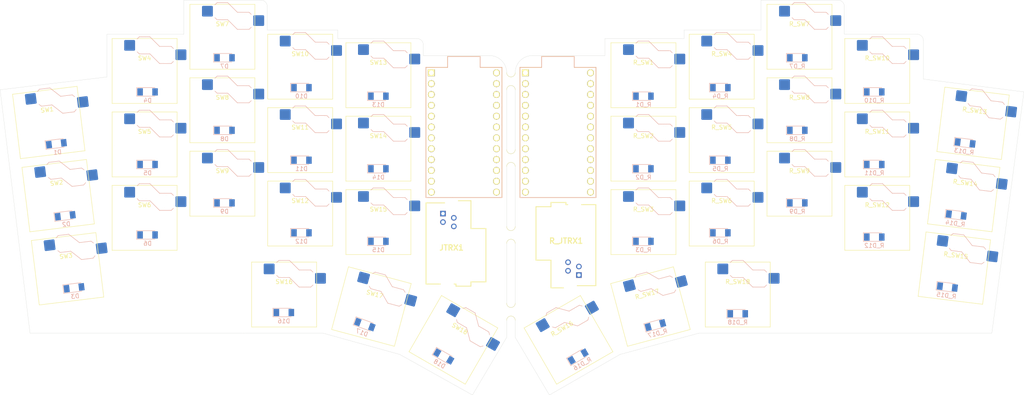
<source format=kicad_pcb>
(kicad_pcb (version 20171130) (host pcbnew 5.1.9+dfsg1-1+deb11u1)
  (layers (0 F.Cu signal) (31 B.Cu signal) (34 B.Paste user) (35 F.Paste user) (36 B.SilkS user) (37 F.SilkS user) (38 B.Mask user) (39 F.Mask user) (44 Edge.Cuts user))
  (net 0 "")
  (net 1 "Net-(D1-Pad2)")
  (net 2 Row0)
  (net 3 "Net-(D2-Pad2)")
  (net 4 Row1)
  (net 5 "Net-(D3-Pad2)")
  (net 6 Row2)
  (net 7 "Net-(D4-Pad2)")
  (net 8 "Net-(D5-Pad2)")
  (net 9 "Net-(D6-Pad2)")
  (net 10 "Net-(D7-Pad2)")
  (net 11 "Net-(D8-Pad2)")
  (net 12 "Net-(D9-Pad2)")
  (net 13 "Net-(D10-Pad2)")
  (net 14 "Net-(D11-Pad2)")
  (net 15 "Net-(D12-Pad2)")
  (net 16 "Net-(D13-Pad2)")
  (net 17 "Net-(D14-Pad2)")
  (net 18 "Net-(D15-Pad2)")
  (net 19 "Net-(D16-Pad2)")
  (net 20 "Net-(D17-Pad2)")
  (net 21 "Net-(D18-Pad2)")
  (net 22 Col0)
  (net 23 Col1)
  (net 24 Col2)
  (net 25 Col3)
  (net 26 Col4)
  (net 27 "Net-(U1-Pad24)")
  (net 28 "Net-(U1-Pad20)")
  (net 29 "Net-(U1-Pad19)")
  (net 30 "Net-(U1-Pad18)")
  (net 31 "Net-(U1-Pad17)")
  (net 32 "Net-(U1-Pad16)")
  (net 33 "Net-(U1-Pad15)")
  (net 34 "Net-(U1-Pad14)")
  (net 35 "Net-(U1-Pad1)")
  (net 36 Row3)
  (net 37 GND)
  (net 38 TRX)
  (net 39 VCC)
  (net 40 R_Row0)
  (net 41 "Net-(R_D1-Pad2)")
  (net 42 "Net-(R_D2-Pad2)")
  (net 43 R_Row1)
  (net 44 "Net-(R_D3-Pad2)")
  (net 45 R_Row2)
  (net 46 "Net-(R_D4-Pad2)")
  (net 47 "Net-(R_D5-Pad2)")
  (net 48 "Net-(R_D6-Pad2)")
  (net 49 "Net-(R_D7-Pad2)")
  (net 50 "Net-(R_D8-Pad2)")
  (net 51 "Net-(R_D9-Pad2)")
  (net 52 "Net-(R_D10-Pad2)")
  (net 53 "Net-(R_D11-Pad2)")
  (net 54 "Net-(R_D12-Pad2)")
  (net 55 "Net-(R_D13-Pad2)")
  (net 56 "Net-(R_D14-Pad2)")
  (net 57 "Net-(R_D15-Pad2)")
  (net 58 "Net-(R_D16-Pad2)")
  (net 59 "Net-(R_D17-Pad2)")
  (net 60 "Net-(R_D18-Pad2)")
  (net 61 R_Row3)
  (net 62 R_TRX)
  (net 63 R_Col0)
  (net 64 R_Col1)
  (net 65 R_Col2)
  (net 66 R_Col3)
  (net 67 R_Col4)
  (net 68 "Net-(R_U1-Pad1)")
  (net 69 "Net-(R_U1-Pad15)")
  (net 70 "Net-(R_U1-Pad16)")
  (net 71 "Net-(R_U1-Pad17)")
  (net 72 "Net-(R_U1-Pad18)")
  (net 73 "Net-(R_U1-Pad19)")
  (net 74 "Net-(R_U1-Pad20)")
  (net 75 "Net-(R_U1-Pad24)")
  (net 76 "Net-(R_U1-Pad14)")
  (net 77 "Net-(JTRX1-Pad3)")
  (net 78 "Net-(R_JTRX1-Pad3)")
  (net 79 "Net-(R_U1-Pad22)")
  (net 80 "Net-(U1-Pad22)")
  (module Panelization:mouse-bite-2mm-slot (layer F.Cu) (at 148.5 122 90)
    (fp_text reference mouse-bite-2mm-slot hide)
    (fp_text value VAL** hide)
    (pad "" np_thru_hole circle (at 0 -0.75 90) (size 0.5 0.5) (drill 0.5) (layers *.Cu *.Mask))
    (pad "" np_thru_hole circle (at 0 0.75 90) (size 0.5 0.5) (drill 0.5) (layers *.Cu *.Mask))
    (pad "" np_thru_hole circle (at 0.75 -0.75 90) (size 0.5 0.5) (drill 0.5) (layers *.Cu *.Mask))
    (pad "" np_thru_hole circle (at -0.75 -0.75 90) (size 0.5 0.5) (drill 0.5) (layers *.Cu *.Mask))
    (pad "" np_thru_hole circle (at -0.75 0.75 90) (size 0.5 0.5) (drill 0.5) (layers *.Cu *.Mask))
    (pad "" np_thru_hole circle (at 0.75 0.75 90) (size 0.5 0.5) (drill 0.5) (layers *.Cu *.Mask))
  )
  (module Panelization:mouse-bite-2mm-slot (layer F.Cu) (at 148.5 104 90)
    (fp_text reference mouse-bite-2mm-slot hide)
    (fp_text value VAL** hide)
    (pad "" np_thru_hole circle (at 0 -0.75 90) (size 0.5 0.5) (drill 0.5) (layers *.Cu *.Mask))
    (pad "" np_thru_hole circle (at 0 0.75 90) (size 0.5 0.5) (drill 0.5) (layers *.Cu *.Mask))
    (pad "" np_thru_hole circle (at 0.75 -0.75 90) (size 0.5 0.5) (drill 0.5) (layers *.Cu *.Mask))
    (pad "" np_thru_hole circle (at -0.75 -0.75 90) (size 0.5 0.5) (drill 0.5) (layers *.Cu *.Mask))
    (pad "" np_thru_hole circle (at -0.75 0.75 90) (size 0.5 0.5) (drill 0.5) (layers *.Cu *.Mask))
    (pad "" np_thru_hole circle (at 0.75 0.75 90) (size 0.5 0.5) (drill 0.5) (layers *.Cu *.Mask))
  )
  (module Panelization:mouse-bite-2mm-slot (layer F.Cu) (at 148.5 86 90)
    (fp_text reference mouse-bite-2mm-slot hide)
    (fp_text value VAL** hide)
    (pad "" np_thru_hole circle (at 0 -0.75 90) (size 0.5 0.5) (drill 0.5) (layers *.Cu *.Mask))
    (pad "" np_thru_hole circle (at 0 0.75 90) (size 0.5 0.5) (drill 0.5) (layers *.Cu *.Mask))
    (pad "" np_thru_hole circle (at 0.75 -0.75 90) (size 0.5 0.5) (drill 0.5) (layers *.Cu *.Mask))
    (pad "" np_thru_hole circle (at -0.75 -0.75 90) (size 0.5 0.5) (drill 0.5) (layers *.Cu *.Mask))
    (pad "" np_thru_hole circle (at -0.75 0.75 90) (size 0.5 0.5) (drill 0.5) (layers *.Cu *.Mask))
    (pad "" np_thru_hole circle (at 0.75 0.75 90) (size 0.5 0.5) (drill 0.5) (layers *.Cu *.Mask))
  )
  (module Panelization:mouse-bite-2mm-slot (layer F.Cu) (at 148.5 68 90)
    (fp_text reference mouse-bite-2mm-slot hide)
    (fp_text value VAL** hide)
    (pad "" np_thru_hole circle (at 0.75 0.75 90) (size 0.5 0.5) (drill 0.5) (layers *.Cu *.Mask))
    (pad "" np_thru_hole circle (at -0.75 0.75 90) (size 0.5 0.5) (drill 0.5) (layers *.Cu *.Mask))
    (pad "" np_thru_hole circle (at -0.75 -0.75 90) (size 0.5 0.5) (drill 0.5) (layers *.Cu *.Mask))
    (pad "" np_thru_hole circle (at 0.75 -0.75 90) (size 0.5 0.5) (drill 0.5) (layers *.Cu *.Mask))
    (pad "" np_thru_hole circle (at 0 0.75 90) (size 0.5 0.5) (drill 0.5) (layers *.Cu *.Mask))
    (pad "" np_thru_hole circle (at 0 -0.75 90) (size 0.5 0.5) (drill 0.5) (layers *.Cu *.Mask))
  )
  (module rjs:TM5RF4450 (layer F.Cu) (at 164.4 113.4 90)
    (fp_text reference R_JTRX1 (at 8 -3) (layer F.SilkS) (effects (font (size 1.27 1.27) (thickness 0.254))))
    (fp_text value TM5RF-44_50_ hide)
    (pad 6 np_thru_hole circle (at 16 -1.04 90) (size 2.4 2.4) (drill 2.4) (layers *.Cu *.Mask))
    (pad 5 np_thru_hole circle (at -2 -2.04 90) (size 2.4 2.4) (drill 2.4) (layers *.Cu *.Mask))
    (pad 4 thru_hole circle (at 3 -2.54 90) (size 1.3 1.3) (drill 0.8) (layers *.Cu *.Mask) (net 62 R_TRX))
    (pad 3 thru_hole circle (at 2 0 90) (size 1.3 1.3) (drill 0.8) (layers *.Cu *.Mask) (net 78 "Net-(R_JTRX1-Pad3)"))
    (pad 2 thru_hole circle (at 1 -2.54 90) (size 1.3 1.3) (drill 0.8) (layers *.Cu *.Mask) (net 37 GND))
    (pad 1 thru_hole rect (at 0 0 90) (size 1.3 1.3) (drill 0.8) (layers *.Cu *.Mask) (net 39 VCC))
  )
  (module rjs:TM5RF4450 (layer F.Cu) (at 132.6 99 270)
    (fp_text reference JTRX1 (at 8 -2) (layer F.SilkS) (effects (font (size 1.27 1.27) (thickness 0.254))))
    (fp_text value TM5RF-44_50_ hide)
    (pad 6 np_thru_hole circle (at 16 -1.04 270) (size 2.4 2.4) (drill 2.4) (layers *.Cu *.Mask))
    (pad 5 np_thru_hole circle (at -2 -2.04 270) (size 2.4 2.4) (drill 2.4) (layers *.Cu *.Mask))
    (pad 4 thru_hole circle (at 3 -2.54 270) (size 1.3 1.3) (drill 0.8) (layers *.Cu *.Mask) (net 38 TRX))
    (pad 3 thru_hole circle (at 2 0 270) (size 1.3 1.3) (drill 0.8) (layers *.Cu *.Mask) (net 77 "Net-(JTRX1-Pad3)"))
    (pad 2 thru_hole circle (at 1 -2.54 270) (size 1.3 1.3) (drill 0.8) (layers *.Cu *.Mask) (net 37 GND))
    (pad 1 thru_hole rect (at 0 0 270) (size 1.3 1.3) (drill 0.8) (layers *.Cu *.Mask) (net 39 VCC))
  )
  (module Switch_Keyboard_Hotswap_Kailh:SW_Hotswap_Kailh_Choc_V1_1.00u (layer F.Cu) (at 135.035893 128.579623 330)
    (fp_text reference SW18 (at 0 -3 150) (layer F.SilkS))
    (fp_text value SW_Push_45deg)
    (pad "" np_thru_hole circle (at -5.22 4.2 330) (size 1.3 1.3) (drill 1.3) (layers *.Cu *.Mask))
    (pad "" np_thru_hole circle (at 5.5 0 330) (size 1.9 1.9) (drill 1.9) (layers *.Cu *.Mask))
    (pad "" np_thru_hole circle (at -5.5 0 330) (size 1.9 1.9) (drill 1.9) (layers *.Cu *.Mask))
    (pad "" np_thru_hole circle (at 0 0 330) (size 3.4 3.4) (drill 3.4) (layers *.Cu *.Mask))
    (pad 2 smd roundrect (at 8.5 -3.8 330) (size 2.55 2.5) (layers B.Cu B.Paste B.Mask) (roundrect_rratio 0.1) (net 21 "Net-(D18-Pad2)"))
    (pad 1 smd roundrect (at -3.5 -6 330) (size 2.55 2.5) (layers B.Cu B.Paste B.Mask) (roundrect_rratio 0.1) (net 26 Col4))
    (pad "" np_thru_hole circle (at 5 -3.8 330) (size 3.05 3.05) (drill 3.05) (layers *.Cu *.Mask))
    (pad "" np_thru_hole circle (at 0 -5.9 330) (size 3.05 3.05) (drill 3.05) (layers *.Cu *.Mask))
  )
  (module Switch_Keyboard_Hotswap_Kailh:SW_Hotswap_Kailh_Choc_V1_1.00u (layer F.Cu) (at 115.862879 120.776065 345)
    (fp_text reference SW17 (at 0 -3 165) (layer F.SilkS))
    (fp_text value SW_Push_45deg)
    (pad "" np_thru_hole circle (at -5.22 4.2 345) (size 1.3 1.3) (drill 1.3) (layers *.Cu *.Mask))
    (pad "" np_thru_hole circle (at 5.5 0 345) (size 1.9 1.9) (drill 1.9) (layers *.Cu *.Mask))
    (pad "" np_thru_hole circle (at -5.5 0 345) (size 1.9 1.9) (drill 1.9) (layers *.Cu *.Mask))
    (pad "" np_thru_hole circle (at 0 0 345) (size 3.4 3.4) (drill 3.4) (layers *.Cu *.Mask))
    (pad 2 smd roundrect (at 8.5 -3.8 345) (size 2.55 2.5) (layers B.Cu B.Paste B.Mask) (roundrect_rratio 0.1) (net 20 "Net-(D17-Pad2)"))
    (pad 1 smd roundrect (at -3.5 -6 345) (size 2.55 2.5) (layers B.Cu B.Paste B.Mask) (roundrect_rratio 0.1) (net 25 Col3))
    (pad "" np_thru_hole circle (at 5 -3.8 345) (size 3.05 3.05) (drill 3.05) (layers *.Cu *.Mask))
    (pad "" np_thru_hole circle (at 0 -5.9 345) (size 3.05 3.05) (drill 3.05) (layers *.Cu *.Mask))
  )
  (module Switch_Keyboard_Hotswap_Kailh:SW_Hotswap_Kailh_Choc_V1_1.00u (layer F.Cu) (at 95.439736 117.96622)
    (fp_text reference SW16 (at 0 -3) (layer F.SilkS))
    (fp_text value SW_Push_45deg)
    (pad "" np_thru_hole circle (at -5.22 4.2) (size 1.3 1.3) (drill 1.3) (layers *.Cu *.Mask))
    (pad "" np_thru_hole circle (at 5.5 0) (size 1.9 1.9) (drill 1.9) (layers *.Cu *.Mask))
    (pad "" np_thru_hole circle (at -5.5 0) (size 1.9 1.9) (drill 1.9) (layers *.Cu *.Mask))
    (pad "" np_thru_hole circle (at 0 0) (size 3.4 3.4) (drill 3.4) (layers *.Cu *.Mask))
    (pad 2 smd roundrect (at 8.5 -3.8) (size 2.55 2.5) (layers B.Cu B.Paste B.Mask) (roundrect_rratio 0.1) (net 19 "Net-(D16-Pad2)"))
    (pad 1 smd roundrect (at -3.5 -6) (size 2.55 2.5) (layers B.Cu B.Paste B.Mask) (roundrect_rratio 0.1) (net 24 Col2))
    (pad "" np_thru_hole circle (at 5 -3.8) (size 3.05 3.05) (drill 3.05) (layers *.Cu *.Mask))
    (pad "" np_thru_hole circle (at 0 -5.9) (size 3.05 3.05) (drill 3.05) (layers *.Cu *.Mask))
  )
  (module Switch_Keyboard_Hotswap_Kailh:SW_Hotswap_Kailh_Choc_V1_1.00u (layer F.Cu) (at 117.5 101)
    (fp_text reference SW15 (at 0 -3) (layer F.SilkS))
    (fp_text value SW_Push_45deg)
    (pad "" np_thru_hole circle (at -5.22 4.2) (size 1.3 1.3) (drill 1.3) (layers *.Cu *.Mask))
    (pad "" np_thru_hole circle (at 5.5 0) (size 1.9 1.9) (drill 1.9) (layers *.Cu *.Mask))
    (pad "" np_thru_hole circle (at -5.5 0) (size 1.9 1.9) (drill 1.9) (layers *.Cu *.Mask))
    (pad "" np_thru_hole circle (at 0 0) (size 3.4 3.4) (drill 3.4) (layers *.Cu *.Mask))
    (pad 2 smd roundrect (at 8.5 -3.8) (size 2.55 2.5) (layers B.Cu B.Paste B.Mask) (roundrect_rratio 0.1) (net 18 "Net-(D15-Pad2)"))
    (pad 1 smd roundrect (at -3.5 -6) (size 2.55 2.5) (layers B.Cu B.Paste B.Mask) (roundrect_rratio 0.1) (net 26 Col4))
    (pad "" np_thru_hole circle (at 5 -3.8) (size 3.05 3.05) (drill 3.05) (layers *.Cu *.Mask))
    (pad "" np_thru_hole circle (at 0 -5.9) (size 3.05 3.05) (drill 3.05) (layers *.Cu *.Mask))
  )
  (module Switch_Keyboard_Hotswap_Kailh:SW_Hotswap_Kailh_Choc_V1_1.00u (layer F.Cu) (at 117.5 83.8)
    (fp_text reference SW14 (at 0 -3) (layer F.SilkS))
    (fp_text value SW_Push_45deg)
    (pad "" np_thru_hole circle (at -5.22 4.2) (size 1.3 1.3) (drill 1.3) (layers *.Cu *.Mask))
    (pad "" np_thru_hole circle (at 5.5 0) (size 1.9 1.9) (drill 1.9) (layers *.Cu *.Mask))
    (pad "" np_thru_hole circle (at -5.5 0) (size 1.9 1.9) (drill 1.9) (layers *.Cu *.Mask))
    (pad "" np_thru_hole circle (at 0 0) (size 3.4 3.4) (drill 3.4) (layers *.Cu *.Mask))
    (pad 2 smd roundrect (at 8.5 -3.8) (size 2.55 2.5) (layers B.Cu B.Paste B.Mask) (roundrect_rratio 0.1) (net 17 "Net-(D14-Pad2)"))
    (pad 1 smd roundrect (at -3.5 -6) (size 2.55 2.5) (layers B.Cu B.Paste B.Mask) (roundrect_rratio 0.1) (net 26 Col4))
    (pad "" np_thru_hole circle (at 5 -3.8) (size 3.05 3.05) (drill 3.05) (layers *.Cu *.Mask))
    (pad "" np_thru_hole circle (at 0 -5.9) (size 3.05 3.05) (drill 3.05) (layers *.Cu *.Mask))
  )
  (module Switch_Keyboard_Hotswap_Kailh:SW_Hotswap_Kailh_Choc_V1_1.00u (layer F.Cu) (at 117.5 66.6)
    (fp_text reference SW13 (at 0 -3) (layer F.SilkS))
    (fp_text value SW_Push_45deg)
    (pad "" np_thru_hole circle (at -5.22 4.2) (size 1.3 1.3) (drill 1.3) (layers *.Cu *.Mask))
    (pad "" np_thru_hole circle (at 5.5 0) (size 1.9 1.9) (drill 1.9) (layers *.Cu *.Mask))
    (pad "" np_thru_hole circle (at -5.5 0) (size 1.9 1.9) (drill 1.9) (layers *.Cu *.Mask))
    (pad "" np_thru_hole circle (at 0 0) (size 3.4 3.4) (drill 3.4) (layers *.Cu *.Mask))
    (pad 2 smd roundrect (at 8.5 -3.8) (size 2.55 2.5) (layers B.Cu B.Paste B.Mask) (roundrect_rratio 0.1) (net 16 "Net-(D13-Pad2)"))
    (pad 1 smd roundrect (at -3.5 -6) (size 2.55 2.5) (layers B.Cu B.Paste B.Mask) (roundrect_rratio 0.1) (net 26 Col4))
    (pad "" np_thru_hole circle (at 5 -3.8) (size 3.05 3.05) (drill 3.05) (layers *.Cu *.Mask))
    (pad "" np_thru_hole circle (at 0 -5.9) (size 3.05 3.05) (drill 3.05) (layers *.Cu *.Mask))
  )
  (module Switch_Keyboard_Hotswap_Kailh:SW_Hotswap_Kailh_Choc_V1_1.00u (layer F.Cu) (at 99.2 99)
    (fp_text reference SW12 (at 0 -3) (layer F.SilkS))
    (fp_text value SW_Push_45deg)
    (pad "" np_thru_hole circle (at -5.22 4.2) (size 1.3 1.3) (drill 1.3) (layers *.Cu *.Mask))
    (pad "" np_thru_hole circle (at 5.5 0) (size 1.9 1.9) (drill 1.9) (layers *.Cu *.Mask))
    (pad "" np_thru_hole circle (at -5.5 0) (size 1.9 1.9) (drill 1.9) (layers *.Cu *.Mask))
    (pad "" np_thru_hole circle (at 0 0) (size 3.4 3.4) (drill 3.4) (layers *.Cu *.Mask))
    (pad 2 smd roundrect (at 8.5 -3.8) (size 2.55 2.5) (layers B.Cu B.Paste B.Mask) (roundrect_rratio 0.1) (net 15 "Net-(D12-Pad2)"))
    (pad 1 smd roundrect (at -3.5 -6) (size 2.55 2.5) (layers B.Cu B.Paste B.Mask) (roundrect_rratio 0.1) (net 25 Col3))
    (pad "" np_thru_hole circle (at 5 -3.8) (size 3.05 3.05) (drill 3.05) (layers *.Cu *.Mask))
    (pad "" np_thru_hole circle (at 0 -5.9) (size 3.05 3.05) (drill 3.05) (layers *.Cu *.Mask))
  )
  (module Switch_Keyboard_Hotswap_Kailh:SW_Hotswap_Kailh_Choc_V1_1.00u (layer F.Cu) (at 99.2 81.8)
    (fp_text reference SW11 (at 0 -3) (layer F.SilkS))
    (fp_text value SW_Push_45deg)
    (pad "" np_thru_hole circle (at -5.22 4.2) (size 1.3 1.3) (drill 1.3) (layers *.Cu *.Mask))
    (pad "" np_thru_hole circle (at 5.5 0) (size 1.9 1.9) (drill 1.9) (layers *.Cu *.Mask))
    (pad "" np_thru_hole circle (at -5.5 0) (size 1.9 1.9) (drill 1.9) (layers *.Cu *.Mask))
    (pad "" np_thru_hole circle (at 0 0) (size 3.4 3.4) (drill 3.4) (layers *.Cu *.Mask))
    (pad 2 smd roundrect (at 8.5 -3.8) (size 2.55 2.5) (layers B.Cu B.Paste B.Mask) (roundrect_rratio 0.1) (net 14 "Net-(D11-Pad2)"))
    (pad 1 smd roundrect (at -3.5 -6) (size 2.55 2.5) (layers B.Cu B.Paste B.Mask) (roundrect_rratio 0.1) (net 25 Col3))
    (pad "" np_thru_hole circle (at 5 -3.8) (size 3.05 3.05) (drill 3.05) (layers *.Cu *.Mask))
    (pad "" np_thru_hole circle (at 0 -5.9) (size 3.05 3.05) (drill 3.05) (layers *.Cu *.Mask))
  )
  (module Switch_Keyboard_Hotswap_Kailh:SW_Hotswap_Kailh_Choc_V1_1.00u (layer F.Cu) (at 99.2 64.6)
    (fp_text reference SW10 (at 0 -3) (layer F.SilkS))
    (fp_text value SW_Push_45deg)
    (pad "" np_thru_hole circle (at -5.22 4.2) (size 1.3 1.3) (drill 1.3) (layers *.Cu *.Mask))
    (pad "" np_thru_hole circle (at 5.5 0) (size 1.9 1.9) (drill 1.9) (layers *.Cu *.Mask))
    (pad "" np_thru_hole circle (at -5.5 0) (size 1.9 1.9) (drill 1.9) (layers *.Cu *.Mask))
    (pad "" np_thru_hole circle (at 0 0) (size 3.4 3.4) (drill 3.4) (layers *.Cu *.Mask))
    (pad 2 smd roundrect (at 8.5 -3.8) (size 2.55 2.5) (layers B.Cu B.Paste B.Mask) (roundrect_rratio 0.1) (net 13 "Net-(D10-Pad2)"))
    (pad 1 smd roundrect (at -3.5 -6) (size 2.55 2.5) (layers B.Cu B.Paste B.Mask) (roundrect_rratio 0.1) (net 25 Col3))
    (pad "" np_thru_hole circle (at 5 -3.8) (size 3.05 3.05) (drill 3.05) (layers *.Cu *.Mask))
    (pad "" np_thru_hole circle (at 0 -5.9) (size 3.05 3.05) (drill 3.05) (layers *.Cu *.Mask))
  )
  (module Switch_Keyboard_Hotswap_Kailh:SW_Hotswap_Kailh_Choc_V1_1.00u (layer F.Cu) (at 81 92)
    (fp_text reference SW9 (at 0 -3) (layer F.SilkS))
    (fp_text value SW_Push_45deg)
    (pad "" np_thru_hole circle (at -5.22 4.2) (size 1.3 1.3) (drill 1.3) (layers *.Cu *.Mask))
    (pad "" np_thru_hole circle (at 5.5 0) (size 1.9 1.9) (drill 1.9) (layers *.Cu *.Mask))
    (pad "" np_thru_hole circle (at -5.5 0) (size 1.9 1.9) (drill 1.9) (layers *.Cu *.Mask))
    (pad "" np_thru_hole circle (at 0 0) (size 3.4 3.4) (drill 3.4) (layers *.Cu *.Mask))
    (pad 2 smd roundrect (at 8.5 -3.8) (size 2.55 2.5) (layers B.Cu B.Paste B.Mask) (roundrect_rratio 0.1) (net 12 "Net-(D9-Pad2)"))
    (pad 1 smd roundrect (at -3.5 -6) (size 2.55 2.5) (layers B.Cu B.Paste B.Mask) (roundrect_rratio 0.1) (net 24 Col2))
    (pad "" np_thru_hole circle (at 5 -3.8) (size 3.05 3.05) (drill 3.05) (layers *.Cu *.Mask))
    (pad "" np_thru_hole circle (at 0 -5.9) (size 3.05 3.05) (drill 3.05) (layers *.Cu *.Mask))
  )
  (module Switch_Keyboard_Hotswap_Kailh:SW_Hotswap_Kailh_Choc_V1_1.00u (layer F.Cu) (at 81 74.8)
    (fp_text reference SW8 (at 0 -3) (layer F.SilkS))
    (fp_text value SW_Push_45deg)
    (pad "" np_thru_hole circle (at -5.22 4.2) (size 1.3 1.3) (drill 1.3) (layers *.Cu *.Mask))
    (pad "" np_thru_hole circle (at 5.5 0) (size 1.9 1.9) (drill 1.9) (layers *.Cu *.Mask))
    (pad "" np_thru_hole circle (at -5.5 0) (size 1.9 1.9) (drill 1.9) (layers *.Cu *.Mask))
    (pad "" np_thru_hole circle (at 0 0) (size 3.4 3.4) (drill 3.4) (layers *.Cu *.Mask))
    (pad 2 smd roundrect (at 8.5 -3.8) (size 2.55 2.5) (layers B.Cu B.Paste B.Mask) (roundrect_rratio 0.1) (net 11 "Net-(D8-Pad2)"))
    (pad 1 smd roundrect (at -3.5 -6) (size 2.55 2.5) (layers B.Cu B.Paste B.Mask) (roundrect_rratio 0.1) (net 24 Col2))
    (pad "" np_thru_hole circle (at 5 -3.8) (size 3.05 3.05) (drill 3.05) (layers *.Cu *.Mask))
    (pad "" np_thru_hole circle (at 0 -5.9) (size 3.05 3.05) (drill 3.05) (layers *.Cu *.Mask))
  )
  (module Switch_Keyboard_Hotswap_Kailh:SW_Hotswap_Kailh_Choc_V1_1.00u (layer F.Cu) (at 81 57.6)
    (fp_text reference SW7 (at 0 -3) (layer F.SilkS))
    (fp_text value SW_Push_45deg)
    (pad "" np_thru_hole circle (at -5.22 4.2) (size 1.3 1.3) (drill 1.3) (layers *.Cu *.Mask))
    (pad "" np_thru_hole circle (at 5.5 0) (size 1.9 1.9) (drill 1.9) (layers *.Cu *.Mask))
    (pad "" np_thru_hole circle (at -5.5 0) (size 1.9 1.9) (drill 1.9) (layers *.Cu *.Mask))
    (pad "" np_thru_hole circle (at 0 0) (size 3.4 3.4) (drill 3.4) (layers *.Cu *.Mask))
    (pad 2 smd roundrect (at 8.5 -3.8) (size 2.55 2.5) (layers B.Cu B.Paste B.Mask) (roundrect_rratio 0.1) (net 10 "Net-(D7-Pad2)"))
    (pad 1 smd roundrect (at -3.5 -6) (size 2.55 2.5) (layers B.Cu B.Paste B.Mask) (roundrect_rratio 0.1) (net 24 Col2))
    (pad "" np_thru_hole circle (at 5 -3.8) (size 3.05 3.05) (drill 3.05) (layers *.Cu *.Mask))
    (pad "" np_thru_hole circle (at 0 -5.9) (size 3.05 3.05) (drill 3.05) (layers *.Cu *.Mask))
  )
  (module Switch_Keyboard_Hotswap_Kailh:SW_Hotswap_Kailh_Choc_V1_1.00u (layer F.Cu) (at 62.8 100)
    (fp_text reference SW6 (at 0 -3) (layer F.SilkS))
    (fp_text value SW_Push_45deg)
    (pad "" np_thru_hole circle (at -5.22 4.2) (size 1.3 1.3) (drill 1.3) (layers *.Cu *.Mask))
    (pad "" np_thru_hole circle (at 5.5 0) (size 1.9 1.9) (drill 1.9) (layers *.Cu *.Mask))
    (pad "" np_thru_hole circle (at -5.5 0) (size 1.9 1.9) (drill 1.9) (layers *.Cu *.Mask))
    (pad "" np_thru_hole circle (at 0 0) (size 3.4 3.4) (drill 3.4) (layers *.Cu *.Mask))
    (pad 2 smd roundrect (at 8.5 -3.8) (size 2.55 2.5) (layers B.Cu B.Paste B.Mask) (roundrect_rratio 0.1) (net 9 "Net-(D6-Pad2)"))
    (pad 1 smd roundrect (at -3.5 -6) (size 2.55 2.5) (layers B.Cu B.Paste B.Mask) (roundrect_rratio 0.1) (net 23 Col1))
    (pad "" np_thru_hole circle (at 5 -3.8) (size 3.05 3.05) (drill 3.05) (layers *.Cu *.Mask))
    (pad "" np_thru_hole circle (at 0 -5.9) (size 3.05 3.05) (drill 3.05) (layers *.Cu *.Mask))
  )
  (module Switch_Keyboard_Hotswap_Kailh:SW_Hotswap_Kailh_Choc_V1_1.00u (layer F.Cu) (at 62.8 82.8)
    (fp_text reference SW5 (at 0 -3) (layer F.SilkS))
    (fp_text value SW_Push_45deg)
    (pad "" np_thru_hole circle (at -5.22 4.2) (size 1.3 1.3) (drill 1.3) (layers *.Cu *.Mask))
    (pad "" np_thru_hole circle (at 5.5 0) (size 1.9 1.9) (drill 1.9) (layers *.Cu *.Mask))
    (pad "" np_thru_hole circle (at -5.5 0) (size 1.9 1.9) (drill 1.9) (layers *.Cu *.Mask))
    (pad "" np_thru_hole circle (at 0 0) (size 3.4 3.4) (drill 3.4) (layers *.Cu *.Mask))
    (pad 2 smd roundrect (at 8.5 -3.8) (size 2.55 2.5) (layers B.Cu B.Paste B.Mask) (roundrect_rratio 0.1) (net 8 "Net-(D5-Pad2)"))
    (pad 1 smd roundrect (at -3.5 -6) (size 2.55 2.5) (layers B.Cu B.Paste B.Mask) (roundrect_rratio 0.1) (net 23 Col1))
    (pad "" np_thru_hole circle (at 5 -3.8) (size 3.05 3.05) (drill 3.05) (layers *.Cu *.Mask))
    (pad "" np_thru_hole circle (at 0 -5.9) (size 3.05 3.05) (drill 3.05) (layers *.Cu *.Mask))
  )
  (module Switch_Keyboard_Hotswap_Kailh:SW_Hotswap_Kailh_Choc_V1_1.00u (layer F.Cu) (at 62.8 65.6)
    (fp_text reference SW4 (at 0 -3) (layer F.SilkS))
    (fp_text value SW_Push_45deg)
    (pad "" np_thru_hole circle (at -5.22 4.2) (size 1.3 1.3) (drill 1.3) (layers *.Cu *.Mask))
    (pad "" np_thru_hole circle (at 5.5 0) (size 1.9 1.9) (drill 1.9) (layers *.Cu *.Mask))
    (pad "" np_thru_hole circle (at -5.5 0) (size 1.9 1.9) (drill 1.9) (layers *.Cu *.Mask))
    (pad "" np_thru_hole circle (at 0 0) (size 3.4 3.4) (drill 3.4) (layers *.Cu *.Mask))
    (pad 2 smd roundrect (at 8.5 -3.8) (size 2.55 2.5) (layers B.Cu B.Paste B.Mask) (roundrect_rratio 0.1) (net 7 "Net-(D4-Pad2)"))
    (pad 1 smd roundrect (at -3.5 -6) (size 2.55 2.5) (layers B.Cu B.Paste B.Mask) (roundrect_rratio 0.1) (net 23 Col1))
    (pad "" np_thru_hole circle (at 5 -3.8) (size 3.05 3.05) (drill 3.05) (layers *.Cu *.Mask))
    (pad "" np_thru_hole circle (at 0 -5.9) (size 3.05 3.05) (drill 3.05) (layers *.Cu *.Mask))
  )
  (module Switch_Keyboard_Hotswap_Kailh:SW_Hotswap_Kailh_Choc_V1_1.00u (layer F.Cu) (at 44.780556 111.93401 7)
    (fp_text reference SW3 (at 0 -3 7) (layer F.SilkS))
    (fp_text value SW_Push_45deg)
    (pad "" np_thru_hole circle (at -5.22 4.2 7) (size 1.3 1.3) (drill 1.3) (layers *.Cu *.Mask))
    (pad "" np_thru_hole circle (at 5.5 0 7) (size 1.9 1.9) (drill 1.9) (layers *.Cu *.Mask))
    (pad "" np_thru_hole circle (at -5.5 0 7) (size 1.9 1.9) (drill 1.9) (layers *.Cu *.Mask))
    (pad "" np_thru_hole circle (at 0 0 7) (size 3.4 3.4) (drill 3.4) (layers *.Cu *.Mask))
    (pad 2 smd roundrect (at 8.5 -3.8 7) (size 2.55 2.5) (layers B.Cu B.Paste B.Mask) (roundrect_rratio 0.1) (net 5 "Net-(D3-Pad2)"))
    (pad 1 smd roundrect (at -3.5 -6 7) (size 2.55 2.5) (layers B.Cu B.Paste B.Mask) (roundrect_rratio 0.1) (net 22 Col0))
    (pad "" np_thru_hole circle (at 5 -3.8 7) (size 3.05 3.05) (drill 3.05) (layers *.Cu *.Mask))
    (pad "" np_thru_hole circle (at 0 -5.9 7) (size 3.05 3.05) (drill 3.05) (layers *.Cu *.Mask))
  )
  (module Switch_Keyboard_Hotswap_Kailh:SW_Hotswap_Kailh_Choc_V1_1.00u (layer F.Cu) (at 42.58126 94.800327 7)
    (fp_text reference SW2 (at 0 -3 7) (layer F.SilkS))
    (fp_text value SW_Push_45deg)
    (pad "" np_thru_hole circle (at -5.22 4.2 7) (size 1.3 1.3) (drill 1.3) (layers *.Cu *.Mask))
    (pad "" np_thru_hole circle (at 5.5 0 7) (size 1.9 1.9) (drill 1.9) (layers *.Cu *.Mask))
    (pad "" np_thru_hole circle (at -5.5 0 7) (size 1.9 1.9) (drill 1.9) (layers *.Cu *.Mask))
    (pad "" np_thru_hole circle (at 0 0 7) (size 3.4 3.4) (drill 3.4) (layers *.Cu *.Mask))
    (pad 2 smd roundrect (at 8.5 -3.8 7) (size 2.55 2.5) (layers B.Cu B.Paste B.Mask) (roundrect_rratio 0.1) (net 3 "Net-(D2-Pad2)"))
    (pad 1 smd roundrect (at -3.5 -6 7) (size 2.55 2.5) (layers B.Cu B.Paste B.Mask) (roundrect_rratio 0.1) (net 22 Col0))
    (pad "" np_thru_hole circle (at 5 -3.8 7) (size 3.05 3.05) (drill 3.05) (layers *.Cu *.Mask))
    (pad "" np_thru_hole circle (at 0 -5.9 7) (size 3.05 3.05) (drill 3.05) (layers *.Cu *.Mask))
  )
  (module Switch_Keyboard_Hotswap_Kailh:SW_Hotswap_Kailh_Choc_V1_1.00u (layer F.Cu) (at 40.381963 77.666644 7)
    (fp_text reference SW1 (at 0 -3 7) (layer F.SilkS))
    (fp_text value SW_Push_45deg)
    (pad "" np_thru_hole circle (at -5.22 4.2 7) (size 1.3 1.3) (drill 1.3) (layers *.Cu *.Mask))
    (pad "" np_thru_hole circle (at 5.5 0 7) (size 1.9 1.9) (drill 1.9) (layers *.Cu *.Mask))
    (pad "" np_thru_hole circle (at -5.5 0 7) (size 1.9 1.9) (drill 1.9) (layers *.Cu *.Mask))
    (pad "" np_thru_hole circle (at 0 0 7) (size 3.4 3.4) (drill 3.4) (layers *.Cu *.Mask))
    (pad 2 smd roundrect (at 8.5 -3.8 7) (size 2.55 2.5) (layers B.Cu B.Paste B.Mask) (roundrect_rratio 0.1) (net 1 "Net-(D1-Pad2)"))
    (pad 1 smd roundrect (at -3.5 -6 7) (size 2.55 2.5) (layers B.Cu B.Paste B.Mask) (roundrect_rratio 0.1) (net 22 Col0))
    (pad "" np_thru_hole circle (at 5 -3.8 7) (size 3.05 3.05) (drill 3.05) (layers *.Cu *.Mask))
    (pad "" np_thru_hole circle (at 0 -5.9 7) (size 3.05 3.05) (drill 3.05) (layers *.Cu *.Mask))
  )
  (module Switch_Keyboard_Hotswap_Kailh:SW_Hotswap_Kailh_Choc_V1_1.00u (layer F.Cu) (at 201.560264 117.96622)
    (fp_text reference R_SW18 (at 0 -3) (layer F.SilkS))
    (fp_text value SW_Push_45deg)
    (pad "" np_thru_hole circle (at -5.22 4.2) (size 1.3 1.3) (drill 1.3) (layers *.Cu *.Mask))
    (pad "" np_thru_hole circle (at 5.5 0) (size 1.9 1.9) (drill 1.9) (layers *.Cu *.Mask))
    (pad "" np_thru_hole circle (at -5.5 0) (size 1.9 1.9) (drill 1.9) (layers *.Cu *.Mask))
    (pad "" np_thru_hole circle (at 0 0) (size 3.4 3.4) (drill 3.4) (layers *.Cu *.Mask))
    (pad 2 smd roundrect (at 8.5 -3.8) (size 2.55 2.5) (layers B.Cu B.Paste B.Mask) (roundrect_rratio 0.1) (net 60 "Net-(R_D18-Pad2)"))
    (pad 1 smd roundrect (at -3.5 -6) (size 2.55 2.5) (layers B.Cu B.Paste B.Mask) (roundrect_rratio 0.1) (net 65 R_Col2))
    (pad "" np_thru_hole circle (at 5 -3.8) (size 3.05 3.05) (drill 3.05) (layers *.Cu *.Mask))
    (pad "" np_thru_hole circle (at 0 -5.9) (size 3.05 3.05) (drill 3.05) (layers *.Cu *.Mask))
  )
  (module Switch_Keyboard_Hotswap_Kailh:SW_Hotswap_Kailh_Choc_V1_1.00u (layer F.Cu) (at 181.137121 120.776065 15)
    (fp_text reference R_SW17 (at 0 -3 15) (layer F.SilkS))
    (fp_text value SW_Push_45deg)
    (pad "" np_thru_hole circle (at -5.22 4.2 15) (size 1.3 1.3) (drill 1.3) (layers *.Cu *.Mask))
    (pad "" np_thru_hole circle (at 5.5 0 15) (size 1.9 1.9) (drill 1.9) (layers *.Cu *.Mask))
    (pad "" np_thru_hole circle (at -5.5 0 15) (size 1.9 1.9) (drill 1.9) (layers *.Cu *.Mask))
    (pad "" np_thru_hole circle (at 0 0 15) (size 3.4 3.4) (drill 3.4) (layers *.Cu *.Mask))
    (pad 2 smd roundrect (at 8.5 -3.8 15) (size 2.55 2.5) (layers B.Cu B.Paste B.Mask) (roundrect_rratio 0.1) (net 59 "Net-(R_D17-Pad2)"))
    (pad 1 smd roundrect (at -3.5 -6 15) (size 2.55 2.5) (layers B.Cu B.Paste B.Mask) (roundrect_rratio 0.1) (net 64 R_Col1))
    (pad "" np_thru_hole circle (at 5 -3.8 15) (size 3.05 3.05) (drill 3.05) (layers *.Cu *.Mask))
    (pad "" np_thru_hole circle (at 0 -5.9 15) (size 3.05 3.05) (drill 3.05) (layers *.Cu *.Mask))
  )
  (module Switch_Keyboard_Hotswap_Kailh:SW_Hotswap_Kailh_Choc_V1_1.00u (layer F.Cu) (at 161.964106 128.579624 30)
    (fp_text reference R_SW16 (at 0 -3 30) (layer F.SilkS))
    (fp_text value SW_Push_45deg)
    (pad "" np_thru_hole circle (at -5.22 4.2 30) (size 1.3 1.3) (drill 1.3) (layers *.Cu *.Mask))
    (pad "" np_thru_hole circle (at 5.5 0 30) (size 1.9 1.9) (drill 1.9) (layers *.Cu *.Mask))
    (pad "" np_thru_hole circle (at -5.5 0 30) (size 1.9 1.9) (drill 1.9) (layers *.Cu *.Mask))
    (pad "" np_thru_hole circle (at 0 0 30) (size 3.4 3.4) (drill 3.4) (layers *.Cu *.Mask))
    (pad 2 smd roundrect (at 8.5 -3.8 30) (size 2.55 2.5) (layers B.Cu B.Paste B.Mask) (roundrect_rratio 0.1) (net 58 "Net-(R_D16-Pad2)"))
    (pad 1 smd roundrect (at -3.5 -6 30) (size 2.55 2.5) (layers B.Cu B.Paste B.Mask) (roundrect_rratio 0.1) (net 63 R_Col0))
    (pad "" np_thru_hole circle (at 5 -3.8 30) (size 3.05 3.05) (drill 3.05) (layers *.Cu *.Mask))
    (pad "" np_thru_hole circle (at 0 -5.9 30) (size 3.05 3.05) (drill 3.05) (layers *.Cu *.Mask))
  )
  (module Switch_Keyboard_Hotswap_Kailh:SW_Hotswap_Kailh_Choc_V1_1.00u (layer F.Cu) (at 252.225707 111.775176 353)
    (fp_text reference R_SW15 (at 0 -3 173) (layer F.SilkS))
    (fp_text value SW_Push_45deg)
    (pad "" np_thru_hole circle (at -5.22 4.2 353) (size 1.3 1.3) (drill 1.3) (layers *.Cu *.Mask))
    (pad "" np_thru_hole circle (at 5.5 0 353) (size 1.9 1.9) (drill 1.9) (layers *.Cu *.Mask))
    (pad "" np_thru_hole circle (at -5.5 0 353) (size 1.9 1.9) (drill 1.9) (layers *.Cu *.Mask))
    (pad "" np_thru_hole circle (at 0 0 353) (size 3.4 3.4) (drill 3.4) (layers *.Cu *.Mask))
    (pad 2 smd roundrect (at 8.5 -3.8 353) (size 2.55 2.5) (layers B.Cu B.Paste B.Mask) (roundrect_rratio 0.1) (net 57 "Net-(R_D15-Pad2)"))
    (pad 1 smd roundrect (at -3.5 -6 353) (size 2.55 2.5) (layers B.Cu B.Paste B.Mask) (roundrect_rratio 0.1) (net 67 R_Col4))
    (pad "" np_thru_hole circle (at 5 -3.8 353) (size 3.05 3.05) (drill 3.05) (layers *.Cu *.Mask))
    (pad "" np_thru_hole circle (at 0 -5.9 353) (size 3.05 3.05) (drill 3.05) (layers *.Cu *.Mask))
  )
  (module Switch_Keyboard_Hotswap_Kailh:SW_Hotswap_Kailh_Choc_V1_1.00u (layer F.Cu) (at 254.419714 94.792989 353)
    (fp_text reference R_SW14 (at 0 -3 173) (layer F.SilkS))
    (fp_text value SW_Push_45deg)
    (pad "" np_thru_hole circle (at -5.22 4.2 353) (size 1.3 1.3) (drill 1.3) (layers *.Cu *.Mask))
    (pad "" np_thru_hole circle (at 5.5 0 353) (size 1.9 1.9) (drill 1.9) (layers *.Cu *.Mask))
    (pad "" np_thru_hole circle (at -5.5 0 353) (size 1.9 1.9) (drill 1.9) (layers *.Cu *.Mask))
    (pad "" np_thru_hole circle (at 0 0 353) (size 3.4 3.4) (drill 3.4) (layers *.Cu *.Mask))
    (pad 2 smd roundrect (at 8.5 -3.8 353) (size 2.55 2.5) (layers B.Cu B.Paste B.Mask) (roundrect_rratio 0.1) (net 56 "Net-(R_D14-Pad2)"))
    (pad 1 smd roundrect (at -3.5 -6 353) (size 2.55 2.5) (layers B.Cu B.Paste B.Mask) (roundrect_rratio 0.1) (net 67 R_Col4))
    (pad "" np_thru_hole circle (at 5 -3.8 353) (size 3.05 3.05) (drill 3.05) (layers *.Cu *.Mask))
    (pad "" np_thru_hole circle (at 0 -5.9 353) (size 3.05 3.05) (drill 3.05) (layers *.Cu *.Mask))
  )
  (module Switch_Keyboard_Hotswap_Kailh:SW_Hotswap_Kailh_Choc_V1_1.00u (layer F.Cu) (at 256.61203 77.859184 353)
    (fp_text reference R_SW13 (at 0 -3 173) (layer F.SilkS))
    (fp_text value SW_Push_45deg)
    (pad "" np_thru_hole circle (at -5.22 4.2 353) (size 1.3 1.3) (drill 1.3) (layers *.Cu *.Mask))
    (pad "" np_thru_hole circle (at 5.5 0 353) (size 1.9 1.9) (drill 1.9) (layers *.Cu *.Mask))
    (pad "" np_thru_hole circle (at -5.5 0 353) (size 1.9 1.9) (drill 1.9) (layers *.Cu *.Mask))
    (pad "" np_thru_hole circle (at 0 0 353) (size 3.4 3.4) (drill 3.4) (layers *.Cu *.Mask))
    (pad 2 smd roundrect (at 8.5 -3.8 353) (size 2.55 2.5) (layers B.Cu B.Paste B.Mask) (roundrect_rratio 0.1) (net 55 "Net-(R_D13-Pad2)"))
    (pad 1 smd roundrect (at -3.5 -6 353) (size 2.55 2.5) (layers B.Cu B.Paste B.Mask) (roundrect_rratio 0.1) (net 67 R_Col4))
    (pad "" np_thru_hole circle (at 5 -3.8 353) (size 3.05 3.05) (drill 3.05) (layers *.Cu *.Mask))
    (pad "" np_thru_hole circle (at 0 -5.9 353) (size 3.05 3.05) (drill 3.05) (layers *.Cu *.Mask))
  )
  (module Switch_Keyboard_Hotswap_Kailh:SW_Hotswap_Kailh_Choc_V1_1.00u (layer F.Cu) (at 234.2 100)
    (fp_text reference R_SW12 (at 0 -3) (layer F.SilkS))
    (fp_text value SW_Push_45deg)
    (pad "" np_thru_hole circle (at -5.22 4.2) (size 1.3 1.3) (drill 1.3) (layers *.Cu *.Mask))
    (pad "" np_thru_hole circle (at 5.5 0) (size 1.9 1.9) (drill 1.9) (layers *.Cu *.Mask))
    (pad "" np_thru_hole circle (at -5.5 0) (size 1.9 1.9) (drill 1.9) (layers *.Cu *.Mask))
    (pad "" np_thru_hole circle (at 0 0) (size 3.4 3.4) (drill 3.4) (layers *.Cu *.Mask))
    (pad 2 smd roundrect (at 8.5 -3.8) (size 2.55 2.5) (layers B.Cu B.Paste B.Mask) (roundrect_rratio 0.1) (net 54 "Net-(R_D12-Pad2)"))
    (pad 1 smd roundrect (at -3.5 -6) (size 2.55 2.5) (layers B.Cu B.Paste B.Mask) (roundrect_rratio 0.1) (net 66 R_Col3))
    (pad "" np_thru_hole circle (at 5 -3.8) (size 3.05 3.05) (drill 3.05) (layers *.Cu *.Mask))
    (pad "" np_thru_hole circle (at 0 -5.9) (size 3.05 3.05) (drill 3.05) (layers *.Cu *.Mask))
  )
  (module Switch_Keyboard_Hotswap_Kailh:SW_Hotswap_Kailh_Choc_V1_1.00u (layer F.Cu) (at 234.2 82.8)
    (fp_text reference R_SW11 (at 0 -3) (layer F.SilkS))
    (fp_text value SW_Push_45deg)
    (pad "" np_thru_hole circle (at -5.22 4.2) (size 1.3 1.3) (drill 1.3) (layers *.Cu *.Mask))
    (pad "" np_thru_hole circle (at 5.5 0) (size 1.9 1.9) (drill 1.9) (layers *.Cu *.Mask))
    (pad "" np_thru_hole circle (at -5.5 0) (size 1.9 1.9) (drill 1.9) (layers *.Cu *.Mask))
    (pad "" np_thru_hole circle (at 0 0) (size 3.4 3.4) (drill 3.4) (layers *.Cu *.Mask))
    (pad 2 smd roundrect (at 8.5 -3.8) (size 2.55 2.5) (layers B.Cu B.Paste B.Mask) (roundrect_rratio 0.1) (net 53 "Net-(R_D11-Pad2)"))
    (pad 1 smd roundrect (at -3.5 -6) (size 2.55 2.5) (layers B.Cu B.Paste B.Mask) (roundrect_rratio 0.1) (net 66 R_Col3))
    (pad "" np_thru_hole circle (at 5 -3.8) (size 3.05 3.05) (drill 3.05) (layers *.Cu *.Mask))
    (pad "" np_thru_hole circle (at 0 -5.9) (size 3.05 3.05) (drill 3.05) (layers *.Cu *.Mask))
  )
  (module Switch_Keyboard_Hotswap_Kailh:SW_Hotswap_Kailh_Choc_V1_1.00u (layer F.Cu) (at 234.2 65.6)
    (fp_text reference R_SW10 (at 0 -3) (layer F.SilkS))
    (fp_text value SW_Push_45deg)
    (pad "" np_thru_hole circle (at -5.22 4.2) (size 1.3 1.3) (drill 1.3) (layers *.Cu *.Mask))
    (pad "" np_thru_hole circle (at 5.5 0) (size 1.9 1.9) (drill 1.9) (layers *.Cu *.Mask))
    (pad "" np_thru_hole circle (at -5.5 0) (size 1.9 1.9) (drill 1.9) (layers *.Cu *.Mask))
    (pad "" np_thru_hole circle (at 0 0) (size 3.4 3.4) (drill 3.4) (layers *.Cu *.Mask))
    (pad 2 smd roundrect (at 8.5 -3.8) (size 2.55 2.5) (layers B.Cu B.Paste B.Mask) (roundrect_rratio 0.1) (net 52 "Net-(R_D10-Pad2)"))
    (pad 1 smd roundrect (at -3.5 -6) (size 2.55 2.5) (layers B.Cu B.Paste B.Mask) (roundrect_rratio 0.1) (net 66 R_Col3))
    (pad "" np_thru_hole circle (at 5 -3.8) (size 3.05 3.05) (drill 3.05) (layers *.Cu *.Mask))
    (pad "" np_thru_hole circle (at 0 -5.9) (size 3.05 3.05) (drill 3.05) (layers *.Cu *.Mask))
  )
  (module Switch_Keyboard_Hotswap_Kailh:SW_Hotswap_Kailh_Choc_V1_1.00u (layer F.Cu) (at 216 92)
    (fp_text reference R_SW9 (at 0 -3) (layer F.SilkS))
    (fp_text value SW_Push_45deg)
    (pad "" np_thru_hole circle (at -5.22 4.2) (size 1.3 1.3) (drill 1.3) (layers *.Cu *.Mask))
    (pad "" np_thru_hole circle (at 5.5 0) (size 1.9 1.9) (drill 1.9) (layers *.Cu *.Mask))
    (pad "" np_thru_hole circle (at -5.5 0) (size 1.9 1.9) (drill 1.9) (layers *.Cu *.Mask))
    (pad "" np_thru_hole circle (at 0 0) (size 3.4 3.4) (drill 3.4) (layers *.Cu *.Mask))
    (pad 2 smd roundrect (at 8.5 -3.8) (size 2.55 2.5) (layers B.Cu B.Paste B.Mask) (roundrect_rratio 0.1) (net 51 "Net-(R_D9-Pad2)"))
    (pad 1 smd roundrect (at -3.5 -6) (size 2.55 2.5) (layers B.Cu B.Paste B.Mask) (roundrect_rratio 0.1) (net 65 R_Col2))
    (pad "" np_thru_hole circle (at 5 -3.8) (size 3.05 3.05) (drill 3.05) (layers *.Cu *.Mask))
    (pad "" np_thru_hole circle (at 0 -5.9) (size 3.05 3.05) (drill 3.05) (layers *.Cu *.Mask))
  )
  (module Switch_Keyboard_Hotswap_Kailh:SW_Hotswap_Kailh_Choc_V1_1.00u (layer F.Cu) (at 216 74.8)
    (fp_text reference R_SW8 (at 0 -3) (layer F.SilkS))
    (fp_text value SW_Push_45deg)
    (pad "" np_thru_hole circle (at -5.22 4.2) (size 1.3 1.3) (drill 1.3) (layers *.Cu *.Mask))
    (pad "" np_thru_hole circle (at 5.5 0) (size 1.9 1.9) (drill 1.9) (layers *.Cu *.Mask))
    (pad "" np_thru_hole circle (at -5.5 0) (size 1.9 1.9) (drill 1.9) (layers *.Cu *.Mask))
    (pad "" np_thru_hole circle (at 0 0) (size 3.4 3.4) (drill 3.4) (layers *.Cu *.Mask))
    (pad 2 smd roundrect (at 8.5 -3.8) (size 2.55 2.5) (layers B.Cu B.Paste B.Mask) (roundrect_rratio 0.1) (net 50 "Net-(R_D8-Pad2)"))
    (pad 1 smd roundrect (at -3.5 -6) (size 2.55 2.5) (layers B.Cu B.Paste B.Mask) (roundrect_rratio 0.1) (net 65 R_Col2))
    (pad "" np_thru_hole circle (at 5 -3.8) (size 3.05 3.05) (drill 3.05) (layers *.Cu *.Mask))
    (pad "" np_thru_hole circle (at 0 -5.9) (size 3.05 3.05) (drill 3.05) (layers *.Cu *.Mask))
  )
  (module Switch_Keyboard_Hotswap_Kailh:SW_Hotswap_Kailh_Choc_V1_1.00u (layer F.Cu) (at 216 57.6)
    (fp_text reference R_SW7 (at 0 -3) (layer F.SilkS))
    (fp_text value SW_Push_45deg)
    (pad "" np_thru_hole circle (at -5.22 4.2) (size 1.3 1.3) (drill 1.3) (layers *.Cu *.Mask))
    (pad "" np_thru_hole circle (at 5.5 0) (size 1.9 1.9) (drill 1.9) (layers *.Cu *.Mask))
    (pad "" np_thru_hole circle (at -5.5 0) (size 1.9 1.9) (drill 1.9) (layers *.Cu *.Mask))
    (pad "" np_thru_hole circle (at 0 0) (size 3.4 3.4) (drill 3.4) (layers *.Cu *.Mask))
    (pad 2 smd roundrect (at 8.5 -3.8) (size 2.55 2.5) (layers B.Cu B.Paste B.Mask) (roundrect_rratio 0.1) (net 49 "Net-(R_D7-Pad2)"))
    (pad 1 smd roundrect (at -3.5 -6) (size 2.55 2.5) (layers B.Cu B.Paste B.Mask) (roundrect_rratio 0.1) (net 65 R_Col2))
    (pad "" np_thru_hole circle (at 5 -3.8) (size 3.05 3.05) (drill 3.05) (layers *.Cu *.Mask))
    (pad "" np_thru_hole circle (at 0 -5.9) (size 3.05 3.05) (drill 3.05) (layers *.Cu *.Mask))
  )
  (module Switch_Keyboard_Hotswap_Kailh:SW_Hotswap_Kailh_Choc_V1_1.00u (layer F.Cu) (at 197.8 99)
    (fp_text reference R_SW6 (at 0 -3) (layer F.SilkS))
    (fp_text value SW_Push_45deg)
    (pad "" np_thru_hole circle (at -5.22 4.2) (size 1.3 1.3) (drill 1.3) (layers *.Cu *.Mask))
    (pad "" np_thru_hole circle (at 5.5 0) (size 1.9 1.9) (drill 1.9) (layers *.Cu *.Mask))
    (pad "" np_thru_hole circle (at -5.5 0) (size 1.9 1.9) (drill 1.9) (layers *.Cu *.Mask))
    (pad "" np_thru_hole circle (at 0 0) (size 3.4 3.4) (drill 3.4) (layers *.Cu *.Mask))
    (pad 2 smd roundrect (at 8.5 -3.8) (size 2.55 2.5) (layers B.Cu B.Paste B.Mask) (roundrect_rratio 0.1) (net 48 "Net-(R_D6-Pad2)"))
    (pad 1 smd roundrect (at -3.5 -6) (size 2.55 2.5) (layers B.Cu B.Paste B.Mask) (roundrect_rratio 0.1) (net 64 R_Col1))
    (pad "" np_thru_hole circle (at 5 -3.8) (size 3.05 3.05) (drill 3.05) (layers *.Cu *.Mask))
    (pad "" np_thru_hole circle (at 0 -5.9) (size 3.05 3.05) (drill 3.05) (layers *.Cu *.Mask))
  )
  (module Switch_Keyboard_Hotswap_Kailh:SW_Hotswap_Kailh_Choc_V1_1.00u (layer F.Cu) (at 197.8 81.8)
    (fp_text reference R_SW5 (at 0 -3) (layer F.SilkS))
    (fp_text value SW_Push_45deg)
    (pad "" np_thru_hole circle (at -5.22 4.2) (size 1.3 1.3) (drill 1.3) (layers *.Cu *.Mask))
    (pad "" np_thru_hole circle (at 5.5 0) (size 1.9 1.9) (drill 1.9) (layers *.Cu *.Mask))
    (pad "" np_thru_hole circle (at -5.5 0) (size 1.9 1.9) (drill 1.9) (layers *.Cu *.Mask))
    (pad "" np_thru_hole circle (at 0 0) (size 3.4 3.4) (drill 3.4) (layers *.Cu *.Mask))
    (pad 2 smd roundrect (at 8.5 -3.8) (size 2.55 2.5) (layers B.Cu B.Paste B.Mask) (roundrect_rratio 0.1) (net 47 "Net-(R_D5-Pad2)"))
    (pad 1 smd roundrect (at -3.5 -6) (size 2.55 2.5) (layers B.Cu B.Paste B.Mask) (roundrect_rratio 0.1) (net 64 R_Col1))
    (pad "" np_thru_hole circle (at 5 -3.8) (size 3.05 3.05) (drill 3.05) (layers *.Cu *.Mask))
    (pad "" np_thru_hole circle (at 0 -5.9) (size 3.05 3.05) (drill 3.05) (layers *.Cu *.Mask))
  )
  (module Switch_Keyboard_Hotswap_Kailh:SW_Hotswap_Kailh_Choc_V1_1.00u (layer F.Cu) (at 197.8 64.6)
    (fp_text reference R_SW4 (at 0 -3) (layer F.SilkS))
    (fp_text value SW_Push_45deg)
    (pad "" np_thru_hole circle (at -5.22 4.2) (size 1.3 1.3) (drill 1.3) (layers *.Cu *.Mask))
    (pad "" np_thru_hole circle (at 5.5 0) (size 1.9 1.9) (drill 1.9) (layers *.Cu *.Mask))
    (pad "" np_thru_hole circle (at -5.5 0) (size 1.9 1.9) (drill 1.9) (layers *.Cu *.Mask))
    (pad "" np_thru_hole circle (at 0 0) (size 3.4 3.4) (drill 3.4) (layers *.Cu *.Mask))
    (pad 2 smd roundrect (at 8.5 -3.8) (size 2.55 2.5) (layers B.Cu B.Paste B.Mask) (roundrect_rratio 0.1) (net 46 "Net-(R_D4-Pad2)"))
    (pad 1 smd roundrect (at -3.5 -6) (size 2.55 2.5) (layers B.Cu B.Paste B.Mask) (roundrect_rratio 0.1) (net 64 R_Col1))
    (pad "" np_thru_hole circle (at 5 -3.8) (size 3.05 3.05) (drill 3.05) (layers *.Cu *.Mask))
    (pad "" np_thru_hole circle (at 0 -5.9) (size 3.05 3.05) (drill 3.05) (layers *.Cu *.Mask))
  )
  (module Switch_Keyboard_Hotswap_Kailh:SW_Hotswap_Kailh_Choc_V1_1.00u (layer F.Cu) (at 179.5 101)
    (fp_text reference R_SW3 (at 0 -3) (layer F.SilkS))
    (fp_text value SW_Push_45deg)
    (pad "" np_thru_hole circle (at -5.22 4.2) (size 1.3 1.3) (drill 1.3) (layers *.Cu *.Mask))
    (pad "" np_thru_hole circle (at 5.5 0) (size 1.9 1.9) (drill 1.9) (layers *.Cu *.Mask))
    (pad "" np_thru_hole circle (at -5.5 0) (size 1.9 1.9) (drill 1.9) (layers *.Cu *.Mask))
    (pad "" np_thru_hole circle (at 0 0) (size 3.4 3.4) (drill 3.4) (layers *.Cu *.Mask))
    (pad 2 smd roundrect (at 8.5 -3.8) (size 2.55 2.5) (layers B.Cu B.Paste B.Mask) (roundrect_rratio 0.1) (net 44 "Net-(R_D3-Pad2)"))
    (pad 1 smd roundrect (at -3.5 -6) (size 2.55 2.5) (layers B.Cu B.Paste B.Mask) (roundrect_rratio 0.1) (net 63 R_Col0))
    (pad "" np_thru_hole circle (at 5 -3.8) (size 3.05 3.05) (drill 3.05) (layers *.Cu *.Mask))
    (pad "" np_thru_hole circle (at 0 -5.9) (size 3.05 3.05) (drill 3.05) (layers *.Cu *.Mask))
  )
  (module Switch_Keyboard_Hotswap_Kailh:SW_Hotswap_Kailh_Choc_V1_1.00u (layer F.Cu) (at 179.5 83.8)
    (fp_text reference R_SW2 (at 0 -3) (layer F.SilkS))
    (fp_text value SW_Push_45deg)
    (pad "" np_thru_hole circle (at -5.22 4.2) (size 1.3 1.3) (drill 1.3) (layers *.Cu *.Mask))
    (pad "" np_thru_hole circle (at 5.5 0) (size 1.9 1.9) (drill 1.9) (layers *.Cu *.Mask))
    (pad "" np_thru_hole circle (at -5.5 0) (size 1.9 1.9) (drill 1.9) (layers *.Cu *.Mask))
    (pad "" np_thru_hole circle (at 0 0) (size 3.4 3.4) (drill 3.4) (layers *.Cu *.Mask))
    (pad 2 smd roundrect (at 8.5 -3.8) (size 2.55 2.5) (layers B.Cu B.Paste B.Mask) (roundrect_rratio 0.1) (net 42 "Net-(R_D2-Pad2)"))
    (pad 1 smd roundrect (at -3.5 -6) (size 2.55 2.5) (layers B.Cu B.Paste B.Mask) (roundrect_rratio 0.1) (net 63 R_Col0))
    (pad "" np_thru_hole circle (at 5 -3.8) (size 3.05 3.05) (drill 3.05) (layers *.Cu *.Mask))
    (pad "" np_thru_hole circle (at 0 -5.9) (size 3.05 3.05) (drill 3.05) (layers *.Cu *.Mask))
  )
  (module Switch_Keyboard_Hotswap_Kailh:SW_Hotswap_Kailh_Choc_V1_1.00u (layer F.Cu) (at 179.5 66.6)
    (fp_text reference R_SW1 (at 0 -3) (layer F.SilkS))
    (fp_text value SW_Push_45deg)
    (pad "" np_thru_hole circle (at -5.22 4.2) (size 1.3 1.3) (drill 1.3) (layers *.Cu *.Mask))
    (pad "" np_thru_hole circle (at 5.5 0) (size 1.9 1.9) (drill 1.9) (layers *.Cu *.Mask))
    (pad "" np_thru_hole circle (at -5.5 0) (size 1.9 1.9) (drill 1.9) (layers *.Cu *.Mask))
    (pad "" np_thru_hole circle (at 0 0) (size 3.4 3.4) (drill 3.4) (layers *.Cu *.Mask))
    (pad 2 smd roundrect (at 8.5 -3.8) (size 2.55 2.5) (layers B.Cu B.Paste B.Mask) (roundrect_rratio 0.1) (net 41 "Net-(R_D1-Pad2)"))
    (pad 1 smd roundrect (at -3.5 -6) (size 2.55 2.5) (layers B.Cu B.Paste B.Mask) (roundrect_rratio 0.1) (net 63 R_Col0))
    (pad "" np_thru_hole circle (at 5 -3.8) (size 3.05 3.05) (drill 3.05) (layers *.Cu *.Mask))
    (pad "" np_thru_hole circle (at 0 -5.9) (size 3.05 3.05) (drill 3.05) (layers *.Cu *.Mask))
  )
  (module Diode_SMD:D_MiniMELF (layer B.Cu) (at 201.560264 122.46622)
    (fp_text reference R_D18 (at 0 2) (layer B.SilkS) (effects (justify mirror)))
    (fp_text value LL4148)
    (pad 2 smd rect (at 1.75 0) (size 1.3 1.7) (layers B.Cu B.Paste B.Mask) (net 60 "Net-(R_D18-Pad2)"))
    (pad 1 smd rect (at -1.75 0) (size 1.3 1.7) (layers B.Cu B.Paste B.Mask) (net 61 R_Row3))
  )
  (module Diode_SMD:D_MiniMELF (layer B.Cu) (at 182.301806 125.122731 15)
    (fp_text reference R_D17 (at 0 2 15) (layer B.SilkS) (effects (justify mirror)))
    (fp_text value LL4148)
    (pad 2 smd rect (at 1.75 0 15) (size 1.3 1.7) (layers B.Cu B.Paste B.Mask) (net 59 "Net-(R_D17-Pad2)"))
    (pad 1 smd rect (at -1.75 0 15) (size 1.3 1.7) (layers B.Cu B.Paste B.Mask) (net 61 R_Row3))
  )
  (module Diode_SMD:D_MiniMELF (layer B.Cu) (at 164.214107 132.476739 30)
    (fp_text reference R_D16 (at 0 2 30) (layer B.SilkS) (effects (justify mirror)))
    (fp_text value LL4148)
    (pad 2 smd rect (at 1.75 0 30) (size 1.3 1.7) (layers B.Cu B.Paste B.Mask) (net 58 "Net-(R_D16-Pad2)"))
    (pad 1 smd rect (at -1.75 0 30) (size 1.3 1.7) (layers B.Cu B.Paste B.Mask) (net 61 R_Row3))
  )
  (module Diode_SMD:D_MiniMELF (layer B.Cu) (at 250.605989 116.204222 353)
    (fp_text reference R_D15 (at 0 2 173) (layer B.SilkS) (effects (justify mirror)))
    (fp_text value LL4148)
    (pad 2 smd rect (at 1.75 0 353) (size 1.3 1.7) (layers B.Cu B.Paste B.Mask) (net 57 "Net-(R_D15-Pad2)"))
    (pad 1 smd rect (at -1.75 0 353) (size 1.3 1.7) (layers B.Cu B.Paste B.Mask) (net 45 R_Row2))
  )
  (module Diode_SMD:D_MiniMELF (layer B.Cu) (at 252.677767 99.330938 353)
    (fp_text reference R_D14 (at 0 2 173) (layer B.SilkS) (effects (justify mirror)))
    (fp_text value LL4148)
    (pad 2 smd rect (at 1.75 0 353) (size 1.3 1.7) (layers B.Cu B.Paste B.Mask) (net 56 "Net-(R_D14-Pad2)"))
    (pad 1 smd rect (at -1.75 0 353) (size 1.3 1.7) (layers B.Cu B.Paste B.Mask) (net 43 R_Row1))
  )
  (module Diode_SMD:D_MiniMELF (layer B.Cu) (at 254.749547 82.457653 353)
    (fp_text reference R_D13 (at 0 2 173) (layer B.SilkS) (effects (justify mirror)))
    (fp_text value LL4148)
    (pad 2 smd rect (at 1.75 0 353) (size 1.3 1.7) (layers B.Cu B.Paste B.Mask) (net 55 "Net-(R_D13-Pad2)"))
    (pad 1 smd rect (at -1.75 0 353) (size 1.3 1.7) (layers B.Cu B.Paste B.Mask) (net 40 R_Row0))
  )
  (module Diode_SMD:D_MiniMELF (layer B.Cu) (at 233.5 104.5)
    (fp_text reference R_D12 (at 0 2) (layer B.SilkS) (effects (justify mirror)))
    (fp_text value LL4148)
    (pad 2 smd rect (at 1.75 0) (size 1.3 1.7) (layers B.Cu B.Paste B.Mask) (net 54 "Net-(R_D12-Pad2)"))
    (pad 1 smd rect (at -1.75 0) (size 1.3 1.7) (layers B.Cu B.Paste B.Mask) (net 45 R_Row2))
  )
  (module Diode_SMD:D_MiniMELF (layer B.Cu) (at 233.5 87.5)
    (fp_text reference R_D11 (at 0 2) (layer B.SilkS) (effects (justify mirror)))
    (fp_text value LL4148)
    (pad 2 smd rect (at 1.75 0) (size 1.3 1.7) (layers B.Cu B.Paste B.Mask) (net 53 "Net-(R_D11-Pad2)"))
    (pad 1 smd rect (at -1.75 0) (size 1.3 1.7) (layers B.Cu B.Paste B.Mask) (net 43 R_Row1))
  )
  (module Diode_SMD:D_MiniMELF (layer B.Cu) (at 233.5 70.5)
    (fp_text reference R_D10 (at 0 2) (layer B.SilkS) (effects (justify mirror)))
    (fp_text value LL4148)
    (pad 2 smd rect (at 1.75 0) (size 1.3 1.7) (layers B.Cu B.Paste B.Mask) (net 52 "Net-(R_D10-Pad2)"))
    (pad 1 smd rect (at -1.75 0) (size 1.3 1.7) (layers B.Cu B.Paste B.Mask) (net 40 R_Row0))
  )
  (module Diode_SMD:D_MiniMELF (layer B.Cu) (at 215.5 96.5)
    (fp_text reference R_D9 (at 0 2) (layer B.SilkS) (effects (justify mirror)))
    (fp_text value LL4148)
    (pad 2 smd rect (at 1.75 0) (size 1.3 1.7) (layers B.Cu B.Paste B.Mask) (net 51 "Net-(R_D9-Pad2)"))
    (pad 1 smd rect (at -1.75 0) (size 1.3 1.7) (layers B.Cu B.Paste B.Mask) (net 45 R_Row2))
  )
  (module Diode_SMD:D_MiniMELF (layer B.Cu) (at 215.5 79.5)
    (fp_text reference R_D8 (at 0 2) (layer B.SilkS) (effects (justify mirror)))
    (fp_text value LL4148)
    (pad 2 smd rect (at 1.75 0) (size 1.3 1.7) (layers B.Cu B.Paste B.Mask) (net 50 "Net-(R_D8-Pad2)"))
    (pad 1 smd rect (at -1.75 0) (size 1.3 1.7) (layers B.Cu B.Paste B.Mask) (net 43 R_Row1))
  )
  (module Diode_SMD:D_MiniMELF (layer B.Cu) (at 215.5 62.5)
    (fp_text reference R_D7 (at 0 2) (layer B.SilkS) (effects (justify mirror)))
    (fp_text value LL4148)
    (pad 2 smd rect (at 1.75 0) (size 1.3 1.7) (layers B.Cu B.Paste B.Mask) (net 49 "Net-(R_D7-Pad2)"))
    (pad 1 smd rect (at -1.75 0) (size 1.3 1.7) (layers B.Cu B.Paste B.Mask) (net 40 R_Row0))
  )
  (module Diode_SMD:D_MiniMELF (layer B.Cu) (at 197.5 103.5)
    (fp_text reference R_D6 (at 0 2) (layer B.SilkS) (effects (justify mirror)))
    (fp_text value LL4148)
    (pad 2 smd rect (at 1.75 0) (size 1.3 1.7) (layers B.Cu B.Paste B.Mask) (net 48 "Net-(R_D6-Pad2)"))
    (pad 1 smd rect (at -1.75 0) (size 1.3 1.7) (layers B.Cu B.Paste B.Mask) (net 45 R_Row2))
  )
  (module Diode_SMD:D_MiniMELF (layer B.Cu) (at 197.5 86.5)
    (fp_text reference R_D5 (at 0 2) (layer B.SilkS) (effects (justify mirror)))
    (fp_text value LL4148)
    (pad 2 smd rect (at 1.75 0) (size 1.3 1.7) (layers B.Cu B.Paste B.Mask) (net 47 "Net-(R_D5-Pad2)"))
    (pad 1 smd rect (at -1.75 0) (size 1.3 1.7) (layers B.Cu B.Paste B.Mask) (net 43 R_Row1))
  )
  (module Diode_SMD:D_MiniMELF (layer B.Cu) (at 197.5 69.5)
    (fp_text reference R_D4 (at 0 2) (layer B.SilkS) (effects (justify mirror)))
    (fp_text value LL4148)
    (pad 2 smd rect (at 1.75 0) (size 1.3 1.7) (layers B.Cu B.Paste B.Mask) (net 46 "Net-(R_D4-Pad2)"))
    (pad 1 smd rect (at -1.75 0) (size 1.3 1.7) (layers B.Cu B.Paste B.Mask) (net 40 R_Row0))
  )
  (module Diode_SMD:D_MiniMELF (layer B.Cu) (at 179.5 105.5)
    (fp_text reference R_D3 (at 0 2) (layer B.SilkS) (effects (justify mirror)))
    (fp_text value LL4148)
    (pad 2 smd rect (at 1.75 0) (size 1.3 1.7) (layers B.Cu B.Paste B.Mask) (net 44 "Net-(R_D3-Pad2)"))
    (pad 1 smd rect (at -1.75 0) (size 1.3 1.7) (layers B.Cu B.Paste B.Mask) (net 45 R_Row2))
  )
  (module Diode_SMD:D_MiniMELF (layer B.Cu) (at 179.5 88.5)
    (fp_text reference R_D2 (at 0 2) (layer B.SilkS) (effects (justify mirror)))
    (fp_text value LL4148)
    (pad 2 smd rect (at 1.75 0) (size 1.3 1.7) (layers B.Cu B.Paste B.Mask) (net 42 "Net-(R_D2-Pad2)"))
    (pad 1 smd rect (at -1.75 0) (size 1.3 1.7) (layers B.Cu B.Paste B.Mask) (net 43 R_Row1))
  )
  (module Diode_SMD:D_MiniMELF (layer B.Cu) (at 179.5 71.5)
    (fp_text reference R_D1 (at 0 2) (layer B.SilkS) (effects (justify mirror)))
    (fp_text value LL4148)
    (pad 2 smd rect (at 1.75 0) (size 1.3 1.7) (layers B.Cu B.Paste B.Mask) (net 41 "Net-(R_D1-Pad2)"))
    (pad 1 smd rect (at -1.75 0) (size 1.3 1.7) (layers B.Cu B.Paste B.Mask) (net 40 R_Row0))
  )
  (module Diode_SMD:D_MiniMELF (layer B.Cu) (at 132.785893 132.476738 330)
    (fp_text reference D18 (at 0 2 150) (layer B.SilkS) (effects (justify mirror)))
    (fp_text value LL4148)
    (pad 2 smd rect (at 1.75 0 330) (size 1.3 1.7) (layers B.Cu B.Paste B.Mask) (net 21 "Net-(D18-Pad2)"))
    (pad 1 smd rect (at -1.75 0 330) (size 1.3 1.7) (layers B.Cu B.Paste B.Mask) (net 36 Row3))
  )
  (module Diode_SMD:D_MiniMELF (layer B.Cu) (at 114.32379 125.004681 340)
    (fp_text reference D17 (at 0 2 160) (layer B.SilkS) (effects (justify mirror)))
    (fp_text value LL4148)
    (pad 2 smd rect (at 1.75 0 340) (size 1.3 1.7) (layers B.Cu B.Paste B.Mask) (net 20 "Net-(D17-Pad2)"))
    (pad 1 smd rect (at -1.75 0 340) (size 1.3 1.7) (layers B.Cu B.Paste B.Mask) (net 36 Row3))
  )
  (module Diode_SMD:D_MiniMELF (layer B.Cu) (at 95.382755 122.178451)
    (fp_text reference D16 (at 0 2) (layer B.SilkS) (effects (justify mirror)))
    (fp_text value LL4148)
    (pad 2 smd rect (at 1.75 0) (size 1.3 1.7) (layers B.Cu B.Paste B.Mask) (net 19 "Net-(D16-Pad2)"))
    (pad 1 smd rect (at -1.75 0) (size 1.3 1.7) (layers B.Cu B.Paste B.Mask) (net 36 Row3))
  )
  (module Diode_SMD:D_MiniMELF (layer B.Cu) (at 117.5 105.5)
    (fp_text reference D15 (at 0 2) (layer B.SilkS) (effects (justify mirror)))
    (fp_text value LL4148)
    (pad 2 smd rect (at 1.75 0) (size 1.3 1.7) (layers B.Cu B.Paste B.Mask) (net 18 "Net-(D15-Pad2)"))
    (pad 1 smd rect (at -1.75 0) (size 1.3 1.7) (layers B.Cu B.Paste B.Mask) (net 6 Row2))
  )
  (module Diode_SMD:D_MiniMELF (layer B.Cu) (at 117.5 88.5)
    (fp_text reference D14 (at 0 2) (layer B.SilkS) (effects (justify mirror)))
    (fp_text value LL4148)
    (pad 2 smd rect (at 1.75 0) (size 1.3 1.7) (layers B.Cu B.Paste B.Mask) (net 17 "Net-(D14-Pad2)"))
    (pad 1 smd rect (at -1.75 0) (size 1.3 1.7) (layers B.Cu B.Paste B.Mask) (net 4 Row1))
  )
  (module Diode_SMD:D_MiniMELF (layer B.Cu) (at 117.5 71.5)
    (fp_text reference D13 (at 0 2) (layer B.SilkS) (effects (justify mirror)))
    (fp_text value LL4148)
    (pad 2 smd rect (at 1.75 0) (size 1.3 1.7) (layers B.Cu B.Paste B.Mask) (net 16 "Net-(D13-Pad2)"))
    (pad 1 smd rect (at -1.75 0) (size 1.3 1.7) (layers B.Cu B.Paste B.Mask) (net 2 Row0))
  )
  (module Diode_SMD:D_MiniMELF (layer B.Cu) (at 99.5 103.5)
    (fp_text reference D12 (at 0 2) (layer B.SilkS) (effects (justify mirror)))
    (fp_text value LL4148)
    (pad 2 smd rect (at 1.75 0) (size 1.3 1.7) (layers B.Cu B.Paste B.Mask) (net 15 "Net-(D12-Pad2)"))
    (pad 1 smd rect (at -1.75 0) (size 1.3 1.7) (layers B.Cu B.Paste B.Mask) (net 6 Row2))
  )
  (module Diode_SMD:D_MiniMELF (layer B.Cu) (at 99.5 86.5)
    (fp_text reference D11 (at 0 2) (layer B.SilkS) (effects (justify mirror)))
    (fp_text value LL4148)
    (pad 2 smd rect (at 1.75 0) (size 1.3 1.7) (layers B.Cu B.Paste B.Mask) (net 14 "Net-(D11-Pad2)"))
    (pad 1 smd rect (at -1.75 0) (size 1.3 1.7) (layers B.Cu B.Paste B.Mask) (net 4 Row1))
  )
  (module Diode_SMD:D_MiniMELF (layer B.Cu) (at 99.5 69.5)
    (fp_text reference D10 (at 0 2) (layer B.SilkS) (effects (justify mirror)))
    (fp_text value LL4148)
    (pad 2 smd rect (at 1.75 0) (size 1.3 1.7) (layers B.Cu B.Paste B.Mask) (net 13 "Net-(D10-Pad2)"))
    (pad 1 smd rect (at -1.75 0) (size 1.3 1.7) (layers B.Cu B.Paste B.Mask) (net 2 Row0))
  )
  (module Diode_SMD:D_MiniMELF (layer B.Cu) (at 81.5 96.5)
    (fp_text reference D9 (at 0 2) (layer B.SilkS) (effects (justify mirror)))
    (fp_text value LL4148)
    (pad 2 smd rect (at 1.75 0) (size 1.3 1.7) (layers B.Cu B.Paste B.Mask) (net 12 "Net-(D9-Pad2)"))
    (pad 1 smd rect (at -1.75 0) (size 1.3 1.7) (layers B.Cu B.Paste B.Mask) (net 6 Row2))
  )
  (module Diode_SMD:D_MiniMELF (layer B.Cu) (at 81.5 79.5)
    (fp_text reference D8 (at 0 2) (layer B.SilkS) (effects (justify mirror)))
    (fp_text value LL4148)
    (pad 2 smd rect (at 1.75 0) (size 1.3 1.7) (layers B.Cu B.Paste B.Mask) (net 11 "Net-(D8-Pad2)"))
    (pad 1 smd rect (at -1.75 0) (size 1.3 1.7) (layers B.Cu B.Paste B.Mask) (net 4 Row1))
  )
  (module Diode_SMD:D_MiniMELF (layer B.Cu) (at 81.5 62.5)
    (fp_text reference D7 (at 0 2) (layer B.SilkS) (effects (justify mirror)))
    (fp_text value LL4148)
    (pad 2 smd rect (at 1.75 0) (size 1.3 1.7) (layers B.Cu B.Paste B.Mask) (net 10 "Net-(D7-Pad2)"))
    (pad 1 smd rect (at -1.75 0) (size 1.3 1.7) (layers B.Cu B.Paste B.Mask) (net 2 Row0))
  )
  (module Diode_SMD:D_MiniMELF (layer B.Cu) (at 63.5 104)
    (fp_text reference D6 (at 0 2) (layer B.SilkS) (effects (justify mirror)))
    (fp_text value LL4148)
    (pad 2 smd rect (at 1.75 0) (size 1.3 1.7) (layers B.Cu B.Paste B.Mask) (net 9 "Net-(D6-Pad2)"))
    (pad 1 smd rect (at -1.75 0) (size 1.3 1.7) (layers B.Cu B.Paste B.Mask) (net 6 Row2))
  )
  (module Diode_SMD:D_MiniMELF (layer B.Cu) (at 63.5 87.5)
    (fp_text reference D5 (at 0 2) (layer B.SilkS) (effects (justify mirror)))
    (fp_text value LL4148)
    (pad 2 smd rect (at 1.75 0) (size 1.3 1.7) (layers B.Cu B.Paste B.Mask) (net 8 "Net-(D5-Pad2)"))
    (pad 1 smd rect (at -1.75 0) (size 1.3 1.7) (layers B.Cu B.Paste B.Mask) (net 4 Row1))
  )
  (module Diode_SMD:D_MiniMELF (layer B.Cu) (at 63.5 70.5)
    (fp_text reference D4 (at 0 2) (layer B.SilkS) (effects (justify mirror)))
    (fp_text value LL4148)
    (pad 2 smd rect (at 1.75 0) (size 1.3 1.7) (layers B.Cu B.Paste B.Mask) (net 7 "Net-(D4-Pad2)"))
    (pad 1 smd rect (at -1.75 0) (size 1.3 1.7) (layers B.Cu B.Paste B.Mask) (net 2 Row0))
  )
  (module Diode_SMD:D_MiniMELF (layer B.Cu) (at 46.308735 116.38899 7)
    (fp_text reference D3 (at 0 2 7) (layer B.SilkS) (effects (justify mirror)))
    (fp_text value LL4148)
    (pad 2 smd rect (at 1.75 0 7) (size 1.3 1.7) (layers B.Cu B.Paste B.Mask) (net 5 "Net-(D3-Pad2)"))
    (pad 1 smd rect (at -1.75 0 7) (size 1.3 1.7) (layers B.Cu B.Paste B.Mask) (net 6 Row2))
  )
  (module Diode_SMD:D_MiniMELF (layer B.Cu) (at 44.236955 99.515706 7)
    (fp_text reference D2 (at 0 2 7) (layer B.SilkS) (effects (justify mirror)))
    (fp_text value LL4148)
    (pad 2 smd rect (at 1.75 0 7) (size 1.3 1.7) (layers B.Cu B.Paste B.Mask) (net 3 "Net-(D2-Pad2)"))
    (pad 1 smd rect (at -1.75 0 7) (size 1.3 1.7) (layers B.Cu B.Paste B.Mask) (net 4 Row1))
  )
  (module Diode_SMD:D_MiniMELF (layer B.Cu) (at 42.165177 82.642421 7)
    (fp_text reference D1 (at 0 2 7) (layer B.SilkS) (effects (justify mirror)))
    (fp_text value LL4148)
    (pad 2 smd rect (at 1.75 0 7) (size 1.3 1.7) (layers B.Cu B.Paste B.Mask) (net 1 "Net-(D1-Pad2)"))
    (pad 1 smd rect (at -1.75 0 7) (size 1.3 1.7) (layers B.Cu B.Paste B.Mask) (net 2 Row0))
  )
  (module promicro:ProMicro (layer F.Cu) (at 159.5 80 270)
    (fp_text reference R_U1 hide)
    (fp_text value ProMicro-EliteC)
    (pad 1 thru_hole rect (at -13.97 7.62 270) (size 1.6 1.6) (drill 1.1) (layers *.Cu *.Mask F.SilkS) (net 68 "Net-(R_U1-Pad1)"))
    (pad 2 thru_hole circle (at -11.43 7.62 270) (size 1.6 1.6) (drill 1.1) (layers *.Cu *.Mask F.SilkS) (net 62 R_TRX))
    (pad 3 thru_hole circle (at -8.89 7.62 270) (size 1.6 1.6) (drill 1.1) (layers *.Cu *.Mask F.SilkS) (net 37 GND))
    (pad 4 thru_hole circle (at -6.35 7.62 270) (size 1.6 1.6) (drill 1.1) (layers *.Cu *.Mask F.SilkS) (net 37 GND))
    (pad 5 thru_hole circle (at -3.81 7.62 270) (size 1.6 1.6) (drill 1.1) (layers *.Cu *.Mask F.SilkS) (net 63 R_Col0))
    (pad 6 thru_hole circle (at -1.27 7.62 270) (size 1.6 1.6) (drill 1.1) (layers *.Cu *.Mask F.SilkS) (net 64 R_Col1))
    (pad 7 thru_hole circle (at 1.27 7.62 270) (size 1.6 1.6) (drill 1.1) (layers *.Cu *.Mask F.SilkS) (net 65 R_Col2))
    (pad 8 thru_hole circle (at 3.81 7.62 270) (size 1.6 1.6) (drill 1.1) (layers *.Cu *.Mask F.SilkS) (net 66 R_Col3))
    (pad 9 thru_hole circle (at 6.35 7.62 270) (size 1.6 1.6) (drill 1.1) (layers *.Cu *.Mask F.SilkS) (net 67 R_Col4))
    (pad 10 thru_hole circle (at 8.89 7.62 270) (size 1.6 1.6) (drill 1.1) (layers *.Cu *.Mask F.SilkS) (net 40 R_Row0))
    (pad 11 thru_hole circle (at 11.43 7.62 270) (size 1.6 1.6) (drill 1.1) (layers *.Cu *.Mask F.SilkS) (net 43 R_Row1))
    (pad 12 thru_hole circle (at 13.97 7.62 270) (size 1.6 1.6) (drill 1.1) (layers *.Cu *.Mask F.SilkS) (net 45 R_Row2))
    (pad 13 thru_hole circle (at 13.97 -7.62 270) (size 1.6 1.6) (drill 1.1) (layers *.Cu *.Mask F.SilkS) (net 61 R_Row3))
    (pad 14 thru_hole circle (at 11.43 -7.62 270) (size 1.6 1.6) (drill 1.1) (layers *.Cu *.Mask F.SilkS) (net 76 "Net-(R_U1-Pad14)"))
    (pad 15 thru_hole circle (at 8.89 -7.62 270) (size 1.6 1.6) (drill 1.1) (layers *.Cu *.Mask F.SilkS) (net 69 "Net-(R_U1-Pad15)"))
    (pad 16 thru_hole circle (at 6.35 -7.62 270) (size 1.6 1.6) (drill 1.1) (layers *.Cu *.Mask F.SilkS) (net 70 "Net-(R_U1-Pad16)"))
    (pad 17 thru_hole circle (at 3.81 -7.62 270) (size 1.6 1.6) (drill 1.1) (layers *.Cu *.Mask F.SilkS) (net 71 "Net-(R_U1-Pad17)"))
    (pad 18 thru_hole circle (at 1.27 -7.62 270) (size 1.6 1.6) (drill 1.1) (layers *.Cu *.Mask F.SilkS) (net 72 "Net-(R_U1-Pad18)"))
    (pad 19 thru_hole circle (at -1.27 -7.62 270) (size 1.6 1.6) (drill 1.1) (layers *.Cu *.Mask F.SilkS) (net 73 "Net-(R_U1-Pad19)"))
    (pad 20 thru_hole circle (at -3.81 -7.62 270) (size 1.6 1.6) (drill 1.1) (layers *.Cu *.Mask F.SilkS) (net 74 "Net-(R_U1-Pad20)"))
    (pad 21 thru_hole circle (at -6.35 -7.62 270) (size 1.6 1.6) (drill 1.1) (layers *.Cu *.Mask F.SilkS) (net 39 VCC))
    (pad 22 thru_hole circle (at -8.89 -7.62 270) (size 1.6 1.6) (drill 1.1) (layers *.Cu *.Mask F.SilkS) (net 79 "Net-(R_U1-Pad22)"))
    (pad 23 thru_hole circle (at -11.43 -7.62 270) (size 1.6 1.6) (drill 1.1) (layers *.Cu *.Mask F.SilkS) (net 37 GND))
    (pad 24 thru_hole circle (at -13.97 -7.62 270) (size 1.6 1.6) (drill 1.1) (layers *.Cu *.Mask F.SilkS) (net 75 "Net-(R_U1-Pad24)"))
  )
  (module promicro:ProMicro (layer F.Cu) (at 137.5 80 270)
    (fp_text reference U1 hide)
    (fp_text value ProMicro-EliteC)
    (pad 24 thru_hole circle (at -13.97 -7.62 270) (size 1.6 1.6) (drill 1.1) (layers *.Cu *.Mask F.SilkS) (net 27 "Net-(U1-Pad24)"))
    (pad 23 thru_hole circle (at -11.43 -7.62 270) (size 1.6 1.6) (drill 1.1) (layers *.Cu *.Mask F.SilkS) (net 37 GND))
    (pad 22 thru_hole circle (at -8.89 -7.62 270) (size 1.6 1.6) (drill 1.1) (layers *.Cu *.Mask F.SilkS) (net 80 "Net-(U1-Pad22)"))
    (pad 21 thru_hole circle (at -6.35 -7.62 270) (size 1.6 1.6) (drill 1.1) (layers *.Cu *.Mask F.SilkS) (net 39 VCC))
    (pad 20 thru_hole circle (at -3.81 -7.62 270) (size 1.6 1.6) (drill 1.1) (layers *.Cu *.Mask F.SilkS) (net 28 "Net-(U1-Pad20)"))
    (pad 19 thru_hole circle (at -1.27 -7.62 270) (size 1.6 1.6) (drill 1.1) (layers *.Cu *.Mask F.SilkS) (net 29 "Net-(U1-Pad19)"))
    (pad 18 thru_hole circle (at 1.27 -7.62 270) (size 1.6 1.6) (drill 1.1) (layers *.Cu *.Mask F.SilkS) (net 30 "Net-(U1-Pad18)"))
    (pad 17 thru_hole circle (at 3.81 -7.62 270) (size 1.6 1.6) (drill 1.1) (layers *.Cu *.Mask F.SilkS) (net 31 "Net-(U1-Pad17)"))
    (pad 16 thru_hole circle (at 6.35 -7.62 270) (size 1.6 1.6) (drill 1.1) (layers *.Cu *.Mask F.SilkS) (net 32 "Net-(U1-Pad16)"))
    (pad 15 thru_hole circle (at 8.89 -7.62 270) (size 1.6 1.6) (drill 1.1) (layers *.Cu *.Mask F.SilkS) (net 33 "Net-(U1-Pad15)"))
    (pad 14 thru_hole circle (at 11.43 -7.62 270) (size 1.6 1.6) (drill 1.1) (layers *.Cu *.Mask F.SilkS) (net 34 "Net-(U1-Pad14)"))
    (pad 13 thru_hole circle (at 13.97 -7.62 270) (size 1.6 1.6) (drill 1.1) (layers *.Cu *.Mask F.SilkS) (net 36 Row3))
    (pad 12 thru_hole circle (at 13.97 7.62 270) (size 1.6 1.6) (drill 1.1) (layers *.Cu *.Mask F.SilkS) (net 6 Row2))
    (pad 11 thru_hole circle (at 11.43 7.62 270) (size 1.6 1.6) (drill 1.1) (layers *.Cu *.Mask F.SilkS) (net 4 Row1))
    (pad 10 thru_hole circle (at 8.89 7.62 270) (size 1.6 1.6) (drill 1.1) (layers *.Cu *.Mask F.SilkS) (net 2 Row0))
    (pad 9 thru_hole circle (at 6.35 7.62 270) (size 1.6 1.6) (drill 1.1) (layers *.Cu *.Mask F.SilkS) (net 26 Col4))
    (pad 8 thru_hole circle (at 3.81 7.62 270) (size 1.6 1.6) (drill 1.1) (layers *.Cu *.Mask F.SilkS) (net 25 Col3))
    (pad 7 thru_hole circle (at 1.27 7.62 270) (size 1.6 1.6) (drill 1.1) (layers *.Cu *.Mask F.SilkS) (net 24 Col2))
    (pad 6 thru_hole circle (at -1.27 7.62 270) (size 1.6 1.6) (drill 1.1) (layers *.Cu *.Mask F.SilkS) (net 23 Col1))
    (pad 5 thru_hole circle (at -3.81 7.62 270) (size 1.6 1.6) (drill 1.1) (layers *.Cu *.Mask F.SilkS) (net 22 Col0))
    (pad 4 thru_hole circle (at -6.35 7.62 270) (size 1.6 1.6) (drill 1.1) (layers *.Cu *.Mask F.SilkS) (net 37 GND))
    (pad 3 thru_hole circle (at -8.89 7.62 270) (size 1.6 1.6) (drill 1.1) (layers *.Cu *.Mask F.SilkS) (net 37 GND))
    (pad 2 thru_hole circle (at -11.43 7.62 270) (size 1.6 1.6) (drill 1.1) (layers *.Cu *.Mask F.SilkS) (net 38 TRX))
    (pad 1 thru_hole rect (at -13.97 7.62 270) (size 1.6 1.6) (drill 1.1) (layers *.Cu *.Mask F.SilkS) (net 35 "Net-(U1-Pad1)"))
  )
  (gr_arc (start 148.5 66) (end 147.5 66) (angle -180) (layer Edge.Cuts) (width 0.05))
  (gr_arc (start 148.5 70) (end 149.5 70) (angle -180) (layer Edge.Cuts) (width 0.05))
  (gr_arc (start 148.5 84) (end 147.5 84) (angle -180) (layer Edge.Cuts) (width 0.05))
  (gr_arc (start 148.5 88) (end 149.5 88) (angle -180) (layer Edge.Cuts) (width 0.05))
  (gr_arc (start 148.5 102) (end 147.5 102) (angle -180) (layer Edge.Cuts) (width 0.05))
  (gr_arc (start 148.5 106) (end 149.5 106) (angle -180) (layer Edge.Cuts) (width 0.05))
  (gr_arc (start 148.5 120) (end 147.5 120) (angle -180) (layer Edge.Cuts) (width 0.05))
  (gr_arc (start 148.5 124) (end 149.5 124) (angle -180) (layer Edge.Cuts) (width 0.05))
  (gr_line (start 149.5 70) (end 149.5 84) (layer Edge.Cuts) (width 0.05))
  (gr_line (start 147.5 84) (end 147.5 70) (layer Edge.Cuts) (width 0.05))
  (gr_line (start 147.5 88) (end 147.5 102) (layer Edge.Cuts) (width 0.05))
  (gr_line (start 149.5 102) (end 149.5 88) (layer Edge.Cuts) (width 0.05))
  (gr_line (start 147.5 106) (end 147.5 120) (layer Edge.Cuts) (width 0.05))
  (gr_line (start 149.5 120) (end 149.5 106) (layer Edge.Cuts) (width 0.05))
  (gr_arc (start 90 50.5) (end 91.5 50.5) (angle -90) (layer Edge.Cuts) (width 0.05))
  (gr_arc (start 243.5 58.5) (end 245 58.5) (angle -90) (layer Edge.Cuts) (width 0.05))
  (gr_arc (start 225 50.5) (end 226.5 50.5) (angle -90) (layer Edge.Cuts) (width 0.05))
  (gr_arc (start 126.5 59.5) (end 128 59.5) (angle -90) (layer Edge.Cuts) (width 0.05))
  (gr_arc (start 143.5 66) (end 147.5 66) (angle -90) (layer Edge.Cuts) (width 0.05))
  (gr_arc (start 153.5 66) (end 153.5 62) (angle -90) (layer Edge.Cuts) (width 0.05))
  (gr_line (start 170.5 62) (end 153.5 62) (layer Edge.Cuts) (width 0.05))
  (gr_line (start 170.5 58) (end 170.5 62) (layer Edge.Cuts) (width 0.05))
  (gr_line (start 189 58) (end 170.5 58) (layer Edge.Cuts) (width 0.05))
  (gr_line (start 189 56) (end 189 58) (layer Edge.Cuts) (width 0.05))
  (gr_line (start 207 56) (end 189 56) (layer Edge.Cuts) (width 0.05))
  (gr_line (start 207 49) (end 207 56) (layer Edge.Cuts) (width 0.05))
  (gr_line (start 225 49) (end 207 49) (layer Edge.Cuts) (width 0.05))
  (gr_line (start 226.5 57) (end 226.5 50.5) (layer Edge.Cuts) (width 0.05))
  (gr_line (start 243.5 57) (end 226.5 57) (layer Edge.Cuts) (width 0.05))
  (gr_line (start 245 67.5) (end 245 58.5) (layer Edge.Cuts) (width 0.05))
  (gr_line (start 268.5 70.5) (end 245 67.5) (layer Edge.Cuts) (width 0.05))
  (gr_line (start 261 127) (end 268.5 70.5) (layer Edge.Cuts) (width 0.05))
  (gr_line (start 192.5 127) (end 261 127) (layer Edge.Cuts) (width 0.05))
  (gr_line (start 174 132) (end 192.5 127) (layer Edge.Cuts) (width 0.05))
  (gr_line (start 157.5 141.5) (end 174 132) (layer Edge.Cuts) (width 0.05))
  (gr_line (start 149.5 128) (end 157.5 141.5) (layer Edge.Cuts) (width 0.05))
  (gr_line (start 149.5 124) (end 149.5 128) (layer Edge.Cuts) (width 0.05))
  (gr_line (start 54 67) (end 29 70) (layer Edge.Cuts) (width 0.05))
  (gr_line (start 54 57) (end 54 67) (layer Edge.Cuts) (width 0.05))
  (gr_line (start 72 57) (end 54 57) (layer Edge.Cuts) (width 0.05))
  (gr_line (start 72 49) (end 72 57) (layer Edge.Cuts) (width 0.05))
  (gr_line (start 90 49) (end 72 49) (layer Edge.Cuts) (width 0.05))
  (gr_line (start 91.5 56) (end 91.5 50.5) (layer Edge.Cuts) (width 0.05))
  (gr_line (start 108 56) (end 91.5 56) (layer Edge.Cuts) (width 0.05))
  (gr_line (start 108 58) (end 108 56) (layer Edge.Cuts) (width 0.05))
  (gr_line (start 126.5 58) (end 108 58) (layer Edge.Cuts) (width 0.05))
  (gr_line (start 128 62) (end 128 59.5) (layer Edge.Cuts) (width 0.05))
  (gr_line (start 143.5 62) (end 128 62) (layer Edge.Cuts) (width 0.05))
  (gr_line (start 36 127) (end 29 70) (layer Edge.Cuts) (width 0.05))
  (gr_line (start 86 127) (end 36 127) (layer Edge.Cuts) (width 0.05))
  (gr_line (start 104.5 127) (end 86 127) (layer Edge.Cuts) (width 0.05))
  (gr_line (start 122.5 132) (end 104.5 127) (layer Edge.Cuts) (width 0.05))
  (gr_line (start 139.5 141.5) (end 122.5 132) (layer Edge.Cuts) (width 0.05))
  (gr_line (start 147.5 128) (end 139.5 141.5) (layer Edge.Cuts) (width 0.05))
  (gr_line (start 147.5 124) (end 147.5 128) (layer Edge.Cuts) (width 0.05))
)
</source>
